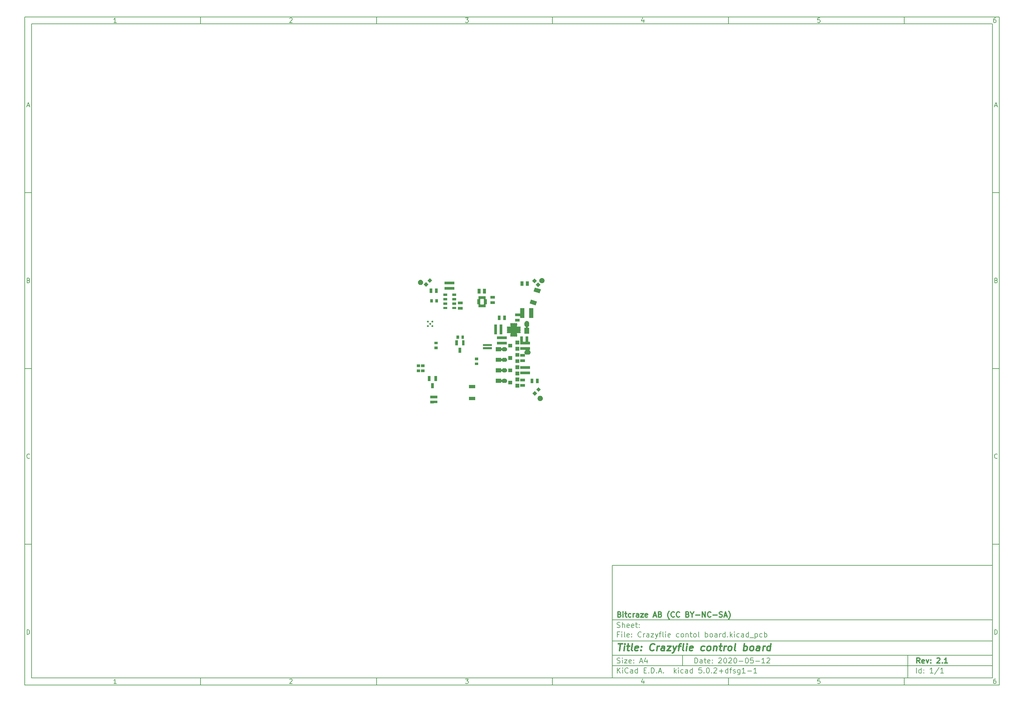
<source format=gts>
G04 #@! TF.GenerationSoftware,KiCad,Pcbnew,5.0.2+dfsg1-1*
G04 #@! TF.CreationDate,2020-05-20T11:42:17+02:00*
G04 #@! TF.ProjectId,Crazyflie contol board,4372617a-7966-46c6-9965-20636f6e746f,2.1*
G04 #@! TF.SameCoordinates,PX85839e8PY6052f5c*
G04 #@! TF.FileFunction,Soldermask,Top*
G04 #@! TF.FilePolarity,Negative*
%FSLAX46Y46*%
G04 Gerber Fmt 4.6, Leading zero omitted, Abs format (unit mm)*
G04 Created by KiCad (PCBNEW 5.0.2+dfsg1-1) date wo 20 mei 2020 11:42:17 CEST*
%MOMM*%
%LPD*%
G01*
G04 APERTURE LIST*
%ADD10C,0.150000*%
%ADD11C,0.300000*%
%ADD12C,0.400000*%
G04 APERTURE END LIST*
D10*
X37002480Y-65004100D02*
X37002480Y-97004100D01*
X145002480Y-97004100D01*
X145002480Y-65004100D01*
X37002480Y-65004100D01*
X-129999720Y91003100D02*
X-129999720Y-99004100D01*
X147002480Y-99004100D01*
X147002480Y91003100D01*
X-129999720Y91003100D01*
X-127999720Y89003100D02*
X-127999720Y-97004100D01*
X145002480Y-97004100D01*
X145002480Y89003100D01*
X-127999720Y89003100D01*
X-79999720Y89003100D02*
X-79999720Y91003100D01*
X-29999720Y89003100D02*
X-29999720Y91003100D01*
X20000280Y89003100D02*
X20000280Y91003100D01*
X70000280Y89003100D02*
X70000280Y91003100D01*
X120000280Y89003100D02*
X120000280Y91003100D01*
X-103934244Y89415005D02*
X-104677101Y89415005D01*
X-104305673Y89415005D02*
X-104305673Y90715005D01*
X-104429482Y90529291D01*
X-104553292Y90405481D01*
X-104677101Y90343577D01*
X-54677101Y90591196D02*
X-54615197Y90653100D01*
X-54491387Y90715005D01*
X-54181863Y90715005D01*
X-54058054Y90653100D01*
X-53996149Y90591196D01*
X-53934244Y90467386D01*
X-53934244Y90343577D01*
X-53996149Y90157862D01*
X-54739006Y89415005D01*
X-53934244Y89415005D01*
X-4739006Y90715005D02*
X-3934244Y90715005D01*
X-4367578Y90219767D01*
X-4181863Y90219767D01*
X-4058054Y90157862D01*
X-3996149Y90095958D01*
X-3934244Y89972148D01*
X-3934244Y89662624D01*
X-3996149Y89538815D01*
X-4058054Y89476910D01*
X-4181863Y89415005D01*
X-4553292Y89415005D01*
X-4677101Y89476910D01*
X-4739006Y89538815D01*
X45941946Y90281672D02*
X45941946Y89415005D01*
X45632422Y90776910D02*
X45322899Y89848339D01*
X46127660Y89848339D01*
X96003851Y90715005D02*
X95384803Y90715005D01*
X95322899Y90095958D01*
X95384803Y90157862D01*
X95508613Y90219767D01*
X95818137Y90219767D01*
X95941946Y90157862D01*
X96003851Y90095958D01*
X96065756Y89972148D01*
X96065756Y89662624D01*
X96003851Y89538815D01*
X95941946Y89476910D01*
X95818137Y89415005D01*
X95508613Y89415005D01*
X95384803Y89476910D01*
X95322899Y89538815D01*
X145941946Y90715005D02*
X145694327Y90715005D01*
X145570518Y90653100D01*
X145508613Y90591196D01*
X145384803Y90405481D01*
X145322899Y90157862D01*
X145322899Y89662624D01*
X145384803Y89538815D01*
X145446708Y89476910D01*
X145570518Y89415005D01*
X145818137Y89415005D01*
X145941946Y89476910D01*
X146003851Y89538815D01*
X146065756Y89662624D01*
X146065756Y89972148D01*
X146003851Y90095958D01*
X145941946Y90157862D01*
X145818137Y90219767D01*
X145570518Y90219767D01*
X145446708Y90157862D01*
X145384803Y90095958D01*
X145322899Y89972148D01*
X-79999720Y-97004100D02*
X-79999720Y-99004100D01*
X-29999720Y-97004100D02*
X-29999720Y-99004100D01*
X20000280Y-97004100D02*
X20000280Y-99004100D01*
X70000280Y-97004100D02*
X70000280Y-99004100D01*
X120000280Y-97004100D02*
X120000280Y-99004100D01*
X-103934244Y-98592195D02*
X-104677101Y-98592195D01*
X-104305673Y-98592195D02*
X-104305673Y-97292195D01*
X-104429482Y-97477909D01*
X-104553292Y-97601719D01*
X-104677101Y-97663623D01*
X-54677101Y-97416004D02*
X-54615197Y-97354100D01*
X-54491387Y-97292195D01*
X-54181863Y-97292195D01*
X-54058054Y-97354100D01*
X-53996149Y-97416004D01*
X-53934244Y-97539814D01*
X-53934244Y-97663623D01*
X-53996149Y-97849338D01*
X-54739006Y-98592195D01*
X-53934244Y-98592195D01*
X-4739006Y-97292195D02*
X-3934244Y-97292195D01*
X-4367578Y-97787433D01*
X-4181863Y-97787433D01*
X-4058054Y-97849338D01*
X-3996149Y-97911242D01*
X-3934244Y-98035052D01*
X-3934244Y-98344576D01*
X-3996149Y-98468385D01*
X-4058054Y-98530290D01*
X-4181863Y-98592195D01*
X-4553292Y-98592195D01*
X-4677101Y-98530290D01*
X-4739006Y-98468385D01*
X45941946Y-97725528D02*
X45941946Y-98592195D01*
X45632422Y-97230290D02*
X45322899Y-98158861D01*
X46127660Y-98158861D01*
X96003851Y-97292195D02*
X95384803Y-97292195D01*
X95322899Y-97911242D01*
X95384803Y-97849338D01*
X95508613Y-97787433D01*
X95818137Y-97787433D01*
X95941946Y-97849338D01*
X96003851Y-97911242D01*
X96065756Y-98035052D01*
X96065756Y-98344576D01*
X96003851Y-98468385D01*
X95941946Y-98530290D01*
X95818137Y-98592195D01*
X95508613Y-98592195D01*
X95384803Y-98530290D01*
X95322899Y-98468385D01*
X145941946Y-97292195D02*
X145694327Y-97292195D01*
X145570518Y-97354100D01*
X145508613Y-97416004D01*
X145384803Y-97601719D01*
X145322899Y-97849338D01*
X145322899Y-98344576D01*
X145384803Y-98468385D01*
X145446708Y-98530290D01*
X145570518Y-98592195D01*
X145818137Y-98592195D01*
X145941946Y-98530290D01*
X146003851Y-98468385D01*
X146065756Y-98344576D01*
X146065756Y-98035052D01*
X146003851Y-97911242D01*
X145941946Y-97849338D01*
X145818137Y-97787433D01*
X145570518Y-97787433D01*
X145446708Y-97849338D01*
X145384803Y-97911242D01*
X145322899Y-98035052D01*
X-129999720Y41003100D02*
X-127999720Y41003100D01*
X-129999720Y-8996900D02*
X-127999720Y-8996900D01*
X-129999720Y-58996900D02*
X-127999720Y-58996900D01*
X-129309244Y65786434D02*
X-128690197Y65786434D01*
X-129433054Y65415005D02*
X-128999720Y66715005D01*
X-128566387Y65415005D01*
X-128906863Y16095958D02*
X-128721149Y16034053D01*
X-128659244Y15972148D01*
X-128597340Y15848339D01*
X-128597340Y15662624D01*
X-128659244Y15538815D01*
X-128721149Y15476910D01*
X-128844959Y15415005D01*
X-129340197Y15415005D01*
X-129340197Y16715005D01*
X-128906863Y16715005D01*
X-128783054Y16653100D01*
X-128721149Y16591196D01*
X-128659244Y16467386D01*
X-128659244Y16343577D01*
X-128721149Y16219767D01*
X-128783054Y16157862D01*
X-128906863Y16095958D01*
X-129340197Y16095958D01*
X-128597340Y-34461185D02*
X-128659244Y-34523090D01*
X-128844959Y-34584995D01*
X-128968768Y-34584995D01*
X-129154482Y-34523090D01*
X-129278292Y-34399280D01*
X-129340197Y-34275471D01*
X-129402101Y-34027852D01*
X-129402101Y-33842138D01*
X-129340197Y-33594519D01*
X-129278292Y-33470709D01*
X-129154482Y-33346900D01*
X-128968768Y-33284995D01*
X-128844959Y-33284995D01*
X-128659244Y-33346900D01*
X-128597340Y-33408804D01*
X-129340197Y-84584995D02*
X-129340197Y-83284995D01*
X-129030673Y-83284995D01*
X-128844959Y-83346900D01*
X-128721149Y-83470709D01*
X-128659244Y-83594519D01*
X-128597340Y-83842138D01*
X-128597340Y-84027852D01*
X-128659244Y-84275471D01*
X-128721149Y-84399280D01*
X-128844959Y-84523090D01*
X-129030673Y-84584995D01*
X-129340197Y-84584995D01*
X147002480Y41003100D02*
X145002480Y41003100D01*
X147002480Y-8996900D02*
X145002480Y-8996900D01*
X147002480Y-58996900D02*
X145002480Y-58996900D01*
X145692956Y65786434D02*
X146312003Y65786434D01*
X145569146Y65415005D02*
X146002480Y66715005D01*
X146435813Y65415005D01*
X146095337Y16095958D02*
X146281051Y16034053D01*
X146342956Y15972148D01*
X146404860Y15848339D01*
X146404860Y15662624D01*
X146342956Y15538815D01*
X146281051Y15476910D01*
X146157241Y15415005D01*
X145662003Y15415005D01*
X145662003Y16715005D01*
X146095337Y16715005D01*
X146219146Y16653100D01*
X146281051Y16591196D01*
X146342956Y16467386D01*
X146342956Y16343577D01*
X146281051Y16219767D01*
X146219146Y16157862D01*
X146095337Y16095958D01*
X145662003Y16095958D01*
X146404860Y-34461185D02*
X146342956Y-34523090D01*
X146157241Y-34584995D01*
X146033432Y-34584995D01*
X145847718Y-34523090D01*
X145723908Y-34399280D01*
X145662003Y-34275471D01*
X145600099Y-34027852D01*
X145600099Y-33842138D01*
X145662003Y-33594519D01*
X145723908Y-33470709D01*
X145847718Y-33346900D01*
X146033432Y-33284995D01*
X146157241Y-33284995D01*
X146342956Y-33346900D01*
X146404860Y-33408804D01*
X145662003Y-84584995D02*
X145662003Y-83284995D01*
X145971527Y-83284995D01*
X146157241Y-83346900D01*
X146281051Y-83470709D01*
X146342956Y-83594519D01*
X146404860Y-83842138D01*
X146404860Y-84027852D01*
X146342956Y-84275471D01*
X146281051Y-84399280D01*
X146157241Y-84523090D01*
X145971527Y-84584995D01*
X145662003Y-84584995D01*
X60434622Y-92782671D02*
X60434622Y-91282671D01*
X60791765Y-91282671D01*
X61006051Y-91354100D01*
X61148908Y-91496957D01*
X61220337Y-91639814D01*
X61291765Y-91925528D01*
X61291765Y-92139814D01*
X61220337Y-92425528D01*
X61148908Y-92568385D01*
X61006051Y-92711242D01*
X60791765Y-92782671D01*
X60434622Y-92782671D01*
X62577480Y-92782671D02*
X62577480Y-91996957D01*
X62506051Y-91854100D01*
X62363194Y-91782671D01*
X62077480Y-91782671D01*
X61934622Y-91854100D01*
X62577480Y-92711242D02*
X62434622Y-92782671D01*
X62077480Y-92782671D01*
X61934622Y-92711242D01*
X61863194Y-92568385D01*
X61863194Y-92425528D01*
X61934622Y-92282671D01*
X62077480Y-92211242D01*
X62434622Y-92211242D01*
X62577480Y-92139814D01*
X63077480Y-91782671D02*
X63648908Y-91782671D01*
X63291765Y-91282671D02*
X63291765Y-92568385D01*
X63363194Y-92711242D01*
X63506051Y-92782671D01*
X63648908Y-92782671D01*
X64720337Y-92711242D02*
X64577480Y-92782671D01*
X64291765Y-92782671D01*
X64148908Y-92711242D01*
X64077480Y-92568385D01*
X64077480Y-91996957D01*
X64148908Y-91854100D01*
X64291765Y-91782671D01*
X64577480Y-91782671D01*
X64720337Y-91854100D01*
X64791765Y-91996957D01*
X64791765Y-92139814D01*
X64077480Y-92282671D01*
X65434622Y-92639814D02*
X65506051Y-92711242D01*
X65434622Y-92782671D01*
X65363194Y-92711242D01*
X65434622Y-92639814D01*
X65434622Y-92782671D01*
X65434622Y-91854100D02*
X65506051Y-91925528D01*
X65434622Y-91996957D01*
X65363194Y-91925528D01*
X65434622Y-91854100D01*
X65434622Y-91996957D01*
X67220337Y-91425528D02*
X67291765Y-91354100D01*
X67434622Y-91282671D01*
X67791765Y-91282671D01*
X67934622Y-91354100D01*
X68006051Y-91425528D01*
X68077480Y-91568385D01*
X68077480Y-91711242D01*
X68006051Y-91925528D01*
X67148908Y-92782671D01*
X68077480Y-92782671D01*
X69006051Y-91282671D02*
X69148908Y-91282671D01*
X69291765Y-91354100D01*
X69363194Y-91425528D01*
X69434622Y-91568385D01*
X69506051Y-91854100D01*
X69506051Y-92211242D01*
X69434622Y-92496957D01*
X69363194Y-92639814D01*
X69291765Y-92711242D01*
X69148908Y-92782671D01*
X69006051Y-92782671D01*
X68863194Y-92711242D01*
X68791765Y-92639814D01*
X68720337Y-92496957D01*
X68648908Y-92211242D01*
X68648908Y-91854100D01*
X68720337Y-91568385D01*
X68791765Y-91425528D01*
X68863194Y-91354100D01*
X69006051Y-91282671D01*
X70077480Y-91425528D02*
X70148908Y-91354100D01*
X70291765Y-91282671D01*
X70648908Y-91282671D01*
X70791765Y-91354100D01*
X70863194Y-91425528D01*
X70934622Y-91568385D01*
X70934622Y-91711242D01*
X70863194Y-91925528D01*
X70006051Y-92782671D01*
X70934622Y-92782671D01*
X71863194Y-91282671D02*
X72006051Y-91282671D01*
X72148908Y-91354100D01*
X72220337Y-91425528D01*
X72291765Y-91568385D01*
X72363194Y-91854100D01*
X72363194Y-92211242D01*
X72291765Y-92496957D01*
X72220337Y-92639814D01*
X72148908Y-92711242D01*
X72006051Y-92782671D01*
X71863194Y-92782671D01*
X71720337Y-92711242D01*
X71648908Y-92639814D01*
X71577480Y-92496957D01*
X71506051Y-92211242D01*
X71506051Y-91854100D01*
X71577480Y-91568385D01*
X71648908Y-91425528D01*
X71720337Y-91354100D01*
X71863194Y-91282671D01*
X73006051Y-92211242D02*
X74148908Y-92211242D01*
X75148908Y-91282671D02*
X75291765Y-91282671D01*
X75434622Y-91354100D01*
X75506051Y-91425528D01*
X75577480Y-91568385D01*
X75648908Y-91854100D01*
X75648908Y-92211242D01*
X75577480Y-92496957D01*
X75506051Y-92639814D01*
X75434622Y-92711242D01*
X75291765Y-92782671D01*
X75148908Y-92782671D01*
X75006051Y-92711242D01*
X74934622Y-92639814D01*
X74863194Y-92496957D01*
X74791765Y-92211242D01*
X74791765Y-91854100D01*
X74863194Y-91568385D01*
X74934622Y-91425528D01*
X75006051Y-91354100D01*
X75148908Y-91282671D01*
X77006051Y-91282671D02*
X76291765Y-91282671D01*
X76220337Y-91996957D01*
X76291765Y-91925528D01*
X76434622Y-91854100D01*
X76791765Y-91854100D01*
X76934622Y-91925528D01*
X77006051Y-91996957D01*
X77077480Y-92139814D01*
X77077480Y-92496957D01*
X77006051Y-92639814D01*
X76934622Y-92711242D01*
X76791765Y-92782671D01*
X76434622Y-92782671D01*
X76291765Y-92711242D01*
X76220337Y-92639814D01*
X77720337Y-92211242D02*
X78863194Y-92211242D01*
X80363194Y-92782671D02*
X79506051Y-92782671D01*
X79934622Y-92782671D02*
X79934622Y-91282671D01*
X79791765Y-91496957D01*
X79648908Y-91639814D01*
X79506051Y-91711242D01*
X80934622Y-91425528D02*
X81006051Y-91354100D01*
X81148908Y-91282671D01*
X81506051Y-91282671D01*
X81648908Y-91354100D01*
X81720337Y-91425528D01*
X81791765Y-91568385D01*
X81791765Y-91711242D01*
X81720337Y-91925528D01*
X80863194Y-92782671D01*
X81791765Y-92782671D01*
X37002480Y-93504100D02*
X145002480Y-93504100D01*
X38434622Y-95582671D02*
X38434622Y-94082671D01*
X39291765Y-95582671D02*
X38648908Y-94725528D01*
X39291765Y-94082671D02*
X38434622Y-94939814D01*
X39934622Y-95582671D02*
X39934622Y-94582671D01*
X39934622Y-94082671D02*
X39863194Y-94154100D01*
X39934622Y-94225528D01*
X40006051Y-94154100D01*
X39934622Y-94082671D01*
X39934622Y-94225528D01*
X41506051Y-95439814D02*
X41434622Y-95511242D01*
X41220337Y-95582671D01*
X41077480Y-95582671D01*
X40863194Y-95511242D01*
X40720337Y-95368385D01*
X40648908Y-95225528D01*
X40577480Y-94939814D01*
X40577480Y-94725528D01*
X40648908Y-94439814D01*
X40720337Y-94296957D01*
X40863194Y-94154100D01*
X41077480Y-94082671D01*
X41220337Y-94082671D01*
X41434622Y-94154100D01*
X41506051Y-94225528D01*
X42791765Y-95582671D02*
X42791765Y-94796957D01*
X42720337Y-94654100D01*
X42577480Y-94582671D01*
X42291765Y-94582671D01*
X42148908Y-94654100D01*
X42791765Y-95511242D02*
X42648908Y-95582671D01*
X42291765Y-95582671D01*
X42148908Y-95511242D01*
X42077480Y-95368385D01*
X42077480Y-95225528D01*
X42148908Y-95082671D01*
X42291765Y-95011242D01*
X42648908Y-95011242D01*
X42791765Y-94939814D01*
X44148908Y-95582671D02*
X44148908Y-94082671D01*
X44148908Y-95511242D02*
X44006051Y-95582671D01*
X43720337Y-95582671D01*
X43577480Y-95511242D01*
X43506051Y-95439814D01*
X43434622Y-95296957D01*
X43434622Y-94868385D01*
X43506051Y-94725528D01*
X43577480Y-94654100D01*
X43720337Y-94582671D01*
X44006051Y-94582671D01*
X44148908Y-94654100D01*
X46006051Y-94796957D02*
X46506051Y-94796957D01*
X46720337Y-95582671D02*
X46006051Y-95582671D01*
X46006051Y-94082671D01*
X46720337Y-94082671D01*
X47363194Y-95439814D02*
X47434622Y-95511242D01*
X47363194Y-95582671D01*
X47291765Y-95511242D01*
X47363194Y-95439814D01*
X47363194Y-95582671D01*
X48077480Y-95582671D02*
X48077480Y-94082671D01*
X48434622Y-94082671D01*
X48648908Y-94154100D01*
X48791765Y-94296957D01*
X48863194Y-94439814D01*
X48934622Y-94725528D01*
X48934622Y-94939814D01*
X48863194Y-95225528D01*
X48791765Y-95368385D01*
X48648908Y-95511242D01*
X48434622Y-95582671D01*
X48077480Y-95582671D01*
X49577480Y-95439814D02*
X49648908Y-95511242D01*
X49577480Y-95582671D01*
X49506051Y-95511242D01*
X49577480Y-95439814D01*
X49577480Y-95582671D01*
X50220337Y-95154100D02*
X50934622Y-95154100D01*
X50077480Y-95582671D02*
X50577480Y-94082671D01*
X51077480Y-95582671D01*
X51577480Y-95439814D02*
X51648908Y-95511242D01*
X51577480Y-95582671D01*
X51506051Y-95511242D01*
X51577480Y-95439814D01*
X51577480Y-95582671D01*
X54577480Y-95582671D02*
X54577480Y-94082671D01*
X54720337Y-95011242D02*
X55148908Y-95582671D01*
X55148908Y-94582671D02*
X54577480Y-95154100D01*
X55791765Y-95582671D02*
X55791765Y-94582671D01*
X55791765Y-94082671D02*
X55720337Y-94154100D01*
X55791765Y-94225528D01*
X55863194Y-94154100D01*
X55791765Y-94082671D01*
X55791765Y-94225528D01*
X57148908Y-95511242D02*
X57006051Y-95582671D01*
X56720337Y-95582671D01*
X56577480Y-95511242D01*
X56506051Y-95439814D01*
X56434622Y-95296957D01*
X56434622Y-94868385D01*
X56506051Y-94725528D01*
X56577480Y-94654100D01*
X56720337Y-94582671D01*
X57006051Y-94582671D01*
X57148908Y-94654100D01*
X58434622Y-95582671D02*
X58434622Y-94796957D01*
X58363194Y-94654100D01*
X58220337Y-94582671D01*
X57934622Y-94582671D01*
X57791765Y-94654100D01*
X58434622Y-95511242D02*
X58291765Y-95582671D01*
X57934622Y-95582671D01*
X57791765Y-95511242D01*
X57720337Y-95368385D01*
X57720337Y-95225528D01*
X57791765Y-95082671D01*
X57934622Y-95011242D01*
X58291765Y-95011242D01*
X58434622Y-94939814D01*
X59791765Y-95582671D02*
X59791765Y-94082671D01*
X59791765Y-95511242D02*
X59648908Y-95582671D01*
X59363194Y-95582671D01*
X59220337Y-95511242D01*
X59148908Y-95439814D01*
X59077480Y-95296957D01*
X59077480Y-94868385D01*
X59148908Y-94725528D01*
X59220337Y-94654100D01*
X59363194Y-94582671D01*
X59648908Y-94582671D01*
X59791765Y-94654100D01*
X62363194Y-94082671D02*
X61648908Y-94082671D01*
X61577480Y-94796957D01*
X61648908Y-94725528D01*
X61791765Y-94654100D01*
X62148908Y-94654100D01*
X62291765Y-94725528D01*
X62363194Y-94796957D01*
X62434622Y-94939814D01*
X62434622Y-95296957D01*
X62363194Y-95439814D01*
X62291765Y-95511242D01*
X62148908Y-95582671D01*
X61791765Y-95582671D01*
X61648908Y-95511242D01*
X61577480Y-95439814D01*
X63077480Y-95439814D02*
X63148908Y-95511242D01*
X63077480Y-95582671D01*
X63006051Y-95511242D01*
X63077480Y-95439814D01*
X63077480Y-95582671D01*
X64077480Y-94082671D02*
X64220337Y-94082671D01*
X64363194Y-94154100D01*
X64434622Y-94225528D01*
X64506051Y-94368385D01*
X64577480Y-94654100D01*
X64577480Y-95011242D01*
X64506051Y-95296957D01*
X64434622Y-95439814D01*
X64363194Y-95511242D01*
X64220337Y-95582671D01*
X64077480Y-95582671D01*
X63934622Y-95511242D01*
X63863194Y-95439814D01*
X63791765Y-95296957D01*
X63720337Y-95011242D01*
X63720337Y-94654100D01*
X63791765Y-94368385D01*
X63863194Y-94225528D01*
X63934622Y-94154100D01*
X64077480Y-94082671D01*
X65220337Y-95439814D02*
X65291765Y-95511242D01*
X65220337Y-95582671D01*
X65148908Y-95511242D01*
X65220337Y-95439814D01*
X65220337Y-95582671D01*
X65863194Y-94225528D02*
X65934622Y-94154100D01*
X66077480Y-94082671D01*
X66434622Y-94082671D01*
X66577480Y-94154100D01*
X66648908Y-94225528D01*
X66720337Y-94368385D01*
X66720337Y-94511242D01*
X66648908Y-94725528D01*
X65791765Y-95582671D01*
X66720337Y-95582671D01*
X67363194Y-95011242D02*
X68506051Y-95011242D01*
X67934622Y-95582671D02*
X67934622Y-94439814D01*
X69863194Y-95582671D02*
X69863194Y-94082671D01*
X69863194Y-95511242D02*
X69720337Y-95582671D01*
X69434622Y-95582671D01*
X69291765Y-95511242D01*
X69220337Y-95439814D01*
X69148908Y-95296957D01*
X69148908Y-94868385D01*
X69220337Y-94725528D01*
X69291765Y-94654100D01*
X69434622Y-94582671D01*
X69720337Y-94582671D01*
X69863194Y-94654100D01*
X70363194Y-94582671D02*
X70934622Y-94582671D01*
X70577480Y-95582671D02*
X70577480Y-94296957D01*
X70648908Y-94154100D01*
X70791765Y-94082671D01*
X70934622Y-94082671D01*
X71363194Y-95511242D02*
X71506051Y-95582671D01*
X71791765Y-95582671D01*
X71934622Y-95511242D01*
X72006051Y-95368385D01*
X72006051Y-95296957D01*
X71934622Y-95154100D01*
X71791765Y-95082671D01*
X71577480Y-95082671D01*
X71434622Y-95011242D01*
X71363194Y-94868385D01*
X71363194Y-94796957D01*
X71434622Y-94654100D01*
X71577480Y-94582671D01*
X71791765Y-94582671D01*
X71934622Y-94654100D01*
X73291765Y-94582671D02*
X73291765Y-95796957D01*
X73220337Y-95939814D01*
X73148908Y-96011242D01*
X73006051Y-96082671D01*
X72791765Y-96082671D01*
X72648908Y-96011242D01*
X73291765Y-95511242D02*
X73148908Y-95582671D01*
X72863194Y-95582671D01*
X72720337Y-95511242D01*
X72648908Y-95439814D01*
X72577480Y-95296957D01*
X72577480Y-94868385D01*
X72648908Y-94725528D01*
X72720337Y-94654100D01*
X72863194Y-94582671D01*
X73148908Y-94582671D01*
X73291765Y-94654100D01*
X74791765Y-95582671D02*
X73934622Y-95582671D01*
X74363194Y-95582671D02*
X74363194Y-94082671D01*
X74220337Y-94296957D01*
X74077480Y-94439814D01*
X73934622Y-94511242D01*
X75434622Y-95011242D02*
X76577480Y-95011242D01*
X78077480Y-95582671D02*
X77220337Y-95582671D01*
X77648908Y-95582671D02*
X77648908Y-94082671D01*
X77506051Y-94296957D01*
X77363194Y-94439814D01*
X77220337Y-94511242D01*
X37002480Y-90504100D02*
X145002480Y-90504100D01*
D11*
X124411765Y-92782671D02*
X123911765Y-92068385D01*
X123554622Y-92782671D02*
X123554622Y-91282671D01*
X124126051Y-91282671D01*
X124268908Y-91354100D01*
X124340337Y-91425528D01*
X124411765Y-91568385D01*
X124411765Y-91782671D01*
X124340337Y-91925528D01*
X124268908Y-91996957D01*
X124126051Y-92068385D01*
X123554622Y-92068385D01*
X125626051Y-92711242D02*
X125483194Y-92782671D01*
X125197480Y-92782671D01*
X125054622Y-92711242D01*
X124983194Y-92568385D01*
X124983194Y-91996957D01*
X125054622Y-91854100D01*
X125197480Y-91782671D01*
X125483194Y-91782671D01*
X125626051Y-91854100D01*
X125697480Y-91996957D01*
X125697480Y-92139814D01*
X124983194Y-92282671D01*
X126197480Y-91782671D02*
X126554622Y-92782671D01*
X126911765Y-91782671D01*
X127483194Y-92639814D02*
X127554622Y-92711242D01*
X127483194Y-92782671D01*
X127411765Y-92711242D01*
X127483194Y-92639814D01*
X127483194Y-92782671D01*
X127483194Y-91854100D02*
X127554622Y-91925528D01*
X127483194Y-91996957D01*
X127411765Y-91925528D01*
X127483194Y-91854100D01*
X127483194Y-91996957D01*
X129268908Y-91425528D02*
X129340337Y-91354100D01*
X129483194Y-91282671D01*
X129840337Y-91282671D01*
X129983194Y-91354100D01*
X130054622Y-91425528D01*
X130126051Y-91568385D01*
X130126051Y-91711242D01*
X130054622Y-91925528D01*
X129197480Y-92782671D01*
X130126051Y-92782671D01*
X130768908Y-92639814D02*
X130840337Y-92711242D01*
X130768908Y-92782671D01*
X130697480Y-92711242D01*
X130768908Y-92639814D01*
X130768908Y-92782671D01*
X132268908Y-92782671D02*
X131411765Y-92782671D01*
X131840337Y-92782671D02*
X131840337Y-91282671D01*
X131697480Y-91496957D01*
X131554622Y-91639814D01*
X131411765Y-91711242D01*
D10*
X38363194Y-92711242D02*
X38577480Y-92782671D01*
X38934622Y-92782671D01*
X39077480Y-92711242D01*
X39148908Y-92639814D01*
X39220337Y-92496957D01*
X39220337Y-92354100D01*
X39148908Y-92211242D01*
X39077480Y-92139814D01*
X38934622Y-92068385D01*
X38648908Y-91996957D01*
X38506051Y-91925528D01*
X38434622Y-91854100D01*
X38363194Y-91711242D01*
X38363194Y-91568385D01*
X38434622Y-91425528D01*
X38506051Y-91354100D01*
X38648908Y-91282671D01*
X39006051Y-91282671D01*
X39220337Y-91354100D01*
X39863194Y-92782671D02*
X39863194Y-91782671D01*
X39863194Y-91282671D02*
X39791765Y-91354100D01*
X39863194Y-91425528D01*
X39934622Y-91354100D01*
X39863194Y-91282671D01*
X39863194Y-91425528D01*
X40434622Y-91782671D02*
X41220337Y-91782671D01*
X40434622Y-92782671D01*
X41220337Y-92782671D01*
X42363194Y-92711242D02*
X42220337Y-92782671D01*
X41934622Y-92782671D01*
X41791765Y-92711242D01*
X41720337Y-92568385D01*
X41720337Y-91996957D01*
X41791765Y-91854100D01*
X41934622Y-91782671D01*
X42220337Y-91782671D01*
X42363194Y-91854100D01*
X42434622Y-91996957D01*
X42434622Y-92139814D01*
X41720337Y-92282671D01*
X43077480Y-92639814D02*
X43148908Y-92711242D01*
X43077480Y-92782671D01*
X43006051Y-92711242D01*
X43077480Y-92639814D01*
X43077480Y-92782671D01*
X43077480Y-91854100D02*
X43148908Y-91925528D01*
X43077480Y-91996957D01*
X43006051Y-91925528D01*
X43077480Y-91854100D01*
X43077480Y-91996957D01*
X44863194Y-92354100D02*
X45577480Y-92354100D01*
X44720337Y-92782671D02*
X45220337Y-91282671D01*
X45720337Y-92782671D01*
X46863194Y-91782671D02*
X46863194Y-92782671D01*
X46506051Y-91211242D02*
X46148908Y-92282671D01*
X47077480Y-92282671D01*
X123434622Y-95582671D02*
X123434622Y-94082671D01*
X124791765Y-95582671D02*
X124791765Y-94082671D01*
X124791765Y-95511242D02*
X124648908Y-95582671D01*
X124363194Y-95582671D01*
X124220337Y-95511242D01*
X124148908Y-95439814D01*
X124077480Y-95296957D01*
X124077480Y-94868385D01*
X124148908Y-94725528D01*
X124220337Y-94654100D01*
X124363194Y-94582671D01*
X124648908Y-94582671D01*
X124791765Y-94654100D01*
X125506051Y-95439814D02*
X125577480Y-95511242D01*
X125506051Y-95582671D01*
X125434622Y-95511242D01*
X125506051Y-95439814D01*
X125506051Y-95582671D01*
X125506051Y-94654100D02*
X125577480Y-94725528D01*
X125506051Y-94796957D01*
X125434622Y-94725528D01*
X125506051Y-94654100D01*
X125506051Y-94796957D01*
X128148908Y-95582671D02*
X127291765Y-95582671D01*
X127720337Y-95582671D02*
X127720337Y-94082671D01*
X127577480Y-94296957D01*
X127434622Y-94439814D01*
X127291765Y-94511242D01*
X129863194Y-94011242D02*
X128577480Y-95939814D01*
X131148908Y-95582671D02*
X130291765Y-95582671D01*
X130720337Y-95582671D02*
X130720337Y-94082671D01*
X130577480Y-94296957D01*
X130434622Y-94439814D01*
X130291765Y-94511242D01*
X37002480Y-86504100D02*
X145002480Y-86504100D01*
D12*
X38714860Y-87208861D02*
X39857718Y-87208861D01*
X39036289Y-89208861D02*
X39286289Y-87208861D01*
X40274384Y-89208861D02*
X40441051Y-87875528D01*
X40524384Y-87208861D02*
X40417241Y-87304100D01*
X40500575Y-87399338D01*
X40607718Y-87304100D01*
X40524384Y-87208861D01*
X40500575Y-87399338D01*
X41107718Y-87875528D02*
X41869622Y-87875528D01*
X41476765Y-87208861D02*
X41262480Y-88923147D01*
X41333908Y-89113623D01*
X41512480Y-89208861D01*
X41702956Y-89208861D01*
X42655337Y-89208861D02*
X42476765Y-89113623D01*
X42405337Y-88923147D01*
X42619622Y-87208861D01*
X44191051Y-89113623D02*
X43988670Y-89208861D01*
X43607718Y-89208861D01*
X43429146Y-89113623D01*
X43357718Y-88923147D01*
X43452956Y-88161242D01*
X43572003Y-87970766D01*
X43774384Y-87875528D01*
X44155337Y-87875528D01*
X44333908Y-87970766D01*
X44405337Y-88161242D01*
X44381527Y-88351719D01*
X43405337Y-88542195D01*
X45155337Y-89018385D02*
X45238670Y-89113623D01*
X45131527Y-89208861D01*
X45048194Y-89113623D01*
X45155337Y-89018385D01*
X45131527Y-89208861D01*
X45286289Y-87970766D02*
X45369622Y-88066004D01*
X45262480Y-88161242D01*
X45179146Y-88066004D01*
X45286289Y-87970766D01*
X45262480Y-88161242D01*
X48774384Y-89018385D02*
X48667241Y-89113623D01*
X48369622Y-89208861D01*
X48179146Y-89208861D01*
X47905337Y-89113623D01*
X47738670Y-88923147D01*
X47667241Y-88732671D01*
X47619622Y-88351719D01*
X47655337Y-88066004D01*
X47798194Y-87685052D01*
X47917241Y-87494576D01*
X48131527Y-87304100D01*
X48429146Y-87208861D01*
X48619622Y-87208861D01*
X48893432Y-87304100D01*
X48976765Y-87399338D01*
X49607718Y-89208861D02*
X49774384Y-87875528D01*
X49726765Y-88256480D02*
X49845813Y-88066004D01*
X49952956Y-87970766D01*
X50155337Y-87875528D01*
X50345813Y-87875528D01*
X51702956Y-89208861D02*
X51833908Y-88161242D01*
X51762480Y-87970766D01*
X51583908Y-87875528D01*
X51202956Y-87875528D01*
X51000575Y-87970766D01*
X51714860Y-89113623D02*
X51512480Y-89208861D01*
X51036289Y-89208861D01*
X50857718Y-89113623D01*
X50786289Y-88923147D01*
X50810099Y-88732671D01*
X50929146Y-88542195D01*
X51131527Y-88446957D01*
X51607718Y-88446957D01*
X51810099Y-88351719D01*
X52631527Y-87875528D02*
X53679146Y-87875528D01*
X52464860Y-89208861D01*
X53512480Y-89208861D01*
X54250575Y-87875528D02*
X54560099Y-89208861D01*
X55202956Y-87875528D02*
X54560099Y-89208861D01*
X54310099Y-89685052D01*
X54202956Y-89780290D01*
X54000575Y-89875528D01*
X55679146Y-87875528D02*
X56441051Y-87875528D01*
X55798194Y-89208861D02*
X56012480Y-87494576D01*
X56131527Y-87304100D01*
X56333908Y-87208861D01*
X56524384Y-87208861D01*
X57226765Y-89208861D02*
X57048194Y-89113623D01*
X56976765Y-88923147D01*
X57191051Y-87208861D01*
X57988670Y-89208861D02*
X58155337Y-87875528D01*
X58238670Y-87208861D02*
X58131527Y-87304100D01*
X58214860Y-87399338D01*
X58322003Y-87304100D01*
X58238670Y-87208861D01*
X58214860Y-87399338D01*
X59714860Y-89113623D02*
X59512480Y-89208861D01*
X59131527Y-89208861D01*
X58952956Y-89113623D01*
X58881527Y-88923147D01*
X58976765Y-88161242D01*
X59095813Y-87970766D01*
X59298194Y-87875528D01*
X59679146Y-87875528D01*
X59857718Y-87970766D01*
X59929146Y-88161242D01*
X59905337Y-88351719D01*
X58929146Y-88542195D01*
X63048194Y-89113623D02*
X62845813Y-89208861D01*
X62464860Y-89208861D01*
X62286289Y-89113623D01*
X62202956Y-89018385D01*
X62131527Y-88827909D01*
X62202956Y-88256480D01*
X62322003Y-88066004D01*
X62429146Y-87970766D01*
X62631527Y-87875528D01*
X63012480Y-87875528D01*
X63191051Y-87970766D01*
X64179146Y-89208861D02*
X64000575Y-89113623D01*
X63917241Y-89018385D01*
X63845813Y-88827909D01*
X63917241Y-88256480D01*
X64036289Y-88066004D01*
X64143432Y-87970766D01*
X64345813Y-87875528D01*
X64631527Y-87875528D01*
X64810099Y-87970766D01*
X64893432Y-88066004D01*
X64964860Y-88256480D01*
X64893432Y-88827909D01*
X64774384Y-89018385D01*
X64667241Y-89113623D01*
X64464860Y-89208861D01*
X64179146Y-89208861D01*
X65869622Y-87875528D02*
X65702956Y-89208861D01*
X65845813Y-88066004D02*
X65952956Y-87970766D01*
X66155337Y-87875528D01*
X66441051Y-87875528D01*
X66619622Y-87970766D01*
X66691051Y-88161242D01*
X66560099Y-89208861D01*
X67393432Y-87875528D02*
X68155337Y-87875528D01*
X67762480Y-87208861D02*
X67548194Y-88923147D01*
X67619622Y-89113623D01*
X67798194Y-89208861D01*
X67988670Y-89208861D01*
X68655337Y-89208861D02*
X68822003Y-87875528D01*
X68774384Y-88256480D02*
X68893432Y-88066004D01*
X69000575Y-87970766D01*
X69202956Y-87875528D01*
X69393432Y-87875528D01*
X70179146Y-89208861D02*
X70000575Y-89113623D01*
X69917241Y-89018385D01*
X69845813Y-88827909D01*
X69917241Y-88256480D01*
X70036289Y-88066004D01*
X70143432Y-87970766D01*
X70345813Y-87875528D01*
X70631527Y-87875528D01*
X70810099Y-87970766D01*
X70893432Y-88066004D01*
X70964860Y-88256480D01*
X70893432Y-88827909D01*
X70774384Y-89018385D01*
X70667241Y-89113623D01*
X70464860Y-89208861D01*
X70179146Y-89208861D01*
X71988670Y-89208861D02*
X71810099Y-89113623D01*
X71738670Y-88923147D01*
X71952956Y-87208861D01*
X74274384Y-89208861D02*
X74524384Y-87208861D01*
X74429146Y-87970766D02*
X74631527Y-87875528D01*
X75012480Y-87875528D01*
X75191051Y-87970766D01*
X75274384Y-88066004D01*
X75345813Y-88256480D01*
X75274384Y-88827909D01*
X75155337Y-89018385D01*
X75048194Y-89113623D01*
X74845813Y-89208861D01*
X74464860Y-89208861D01*
X74286289Y-89113623D01*
X76369622Y-89208861D02*
X76191051Y-89113623D01*
X76107718Y-89018385D01*
X76036289Y-88827909D01*
X76107718Y-88256480D01*
X76226765Y-88066004D01*
X76333908Y-87970766D01*
X76536289Y-87875528D01*
X76822003Y-87875528D01*
X77000575Y-87970766D01*
X77083908Y-88066004D01*
X77155337Y-88256480D01*
X77083908Y-88827909D01*
X76964860Y-89018385D01*
X76857718Y-89113623D01*
X76655337Y-89208861D01*
X76369622Y-89208861D01*
X78750575Y-89208861D02*
X78881527Y-88161242D01*
X78810099Y-87970766D01*
X78631527Y-87875528D01*
X78250575Y-87875528D01*
X78048194Y-87970766D01*
X78762480Y-89113623D02*
X78560099Y-89208861D01*
X78083908Y-89208861D01*
X77905337Y-89113623D01*
X77833908Y-88923147D01*
X77857718Y-88732671D01*
X77976765Y-88542195D01*
X78179146Y-88446957D01*
X78655337Y-88446957D01*
X78857718Y-88351719D01*
X79702956Y-89208861D02*
X79869622Y-87875528D01*
X79822003Y-88256480D02*
X79941051Y-88066004D01*
X80048194Y-87970766D01*
X80250575Y-87875528D01*
X80441051Y-87875528D01*
X81798194Y-89208861D02*
X82048194Y-87208861D01*
X81810099Y-89113623D02*
X81607718Y-89208861D01*
X81226765Y-89208861D01*
X81048194Y-89113623D01*
X80964860Y-89018385D01*
X80893432Y-88827909D01*
X80964860Y-88256480D01*
X81083908Y-88066004D01*
X81191051Y-87970766D01*
X81393432Y-87875528D01*
X81774384Y-87875528D01*
X81952956Y-87970766D01*
D10*
X38934622Y-84596957D02*
X38434622Y-84596957D01*
X38434622Y-85382671D02*
X38434622Y-83882671D01*
X39148908Y-83882671D01*
X39720337Y-85382671D02*
X39720337Y-84382671D01*
X39720337Y-83882671D02*
X39648908Y-83954100D01*
X39720337Y-84025528D01*
X39791765Y-83954100D01*
X39720337Y-83882671D01*
X39720337Y-84025528D01*
X40648908Y-85382671D02*
X40506051Y-85311242D01*
X40434622Y-85168385D01*
X40434622Y-83882671D01*
X41791765Y-85311242D02*
X41648908Y-85382671D01*
X41363194Y-85382671D01*
X41220337Y-85311242D01*
X41148908Y-85168385D01*
X41148908Y-84596957D01*
X41220337Y-84454100D01*
X41363194Y-84382671D01*
X41648908Y-84382671D01*
X41791765Y-84454100D01*
X41863194Y-84596957D01*
X41863194Y-84739814D01*
X41148908Y-84882671D01*
X42506051Y-85239814D02*
X42577480Y-85311242D01*
X42506051Y-85382671D01*
X42434622Y-85311242D01*
X42506051Y-85239814D01*
X42506051Y-85382671D01*
X42506051Y-84454100D02*
X42577480Y-84525528D01*
X42506051Y-84596957D01*
X42434622Y-84525528D01*
X42506051Y-84454100D01*
X42506051Y-84596957D01*
X45220337Y-85239814D02*
X45148908Y-85311242D01*
X44934622Y-85382671D01*
X44791765Y-85382671D01*
X44577480Y-85311242D01*
X44434622Y-85168385D01*
X44363194Y-85025528D01*
X44291765Y-84739814D01*
X44291765Y-84525528D01*
X44363194Y-84239814D01*
X44434622Y-84096957D01*
X44577480Y-83954100D01*
X44791765Y-83882671D01*
X44934622Y-83882671D01*
X45148908Y-83954100D01*
X45220337Y-84025528D01*
X45863194Y-85382671D02*
X45863194Y-84382671D01*
X45863194Y-84668385D02*
X45934622Y-84525528D01*
X46006051Y-84454100D01*
X46148908Y-84382671D01*
X46291765Y-84382671D01*
X47434622Y-85382671D02*
X47434622Y-84596957D01*
X47363194Y-84454100D01*
X47220337Y-84382671D01*
X46934622Y-84382671D01*
X46791765Y-84454100D01*
X47434622Y-85311242D02*
X47291765Y-85382671D01*
X46934622Y-85382671D01*
X46791765Y-85311242D01*
X46720337Y-85168385D01*
X46720337Y-85025528D01*
X46791765Y-84882671D01*
X46934622Y-84811242D01*
X47291765Y-84811242D01*
X47434622Y-84739814D01*
X48006051Y-84382671D02*
X48791765Y-84382671D01*
X48006051Y-85382671D01*
X48791765Y-85382671D01*
X49220337Y-84382671D02*
X49577480Y-85382671D01*
X49934622Y-84382671D02*
X49577480Y-85382671D01*
X49434622Y-85739814D01*
X49363194Y-85811242D01*
X49220337Y-85882671D01*
X50291765Y-84382671D02*
X50863194Y-84382671D01*
X50506051Y-85382671D02*
X50506051Y-84096957D01*
X50577480Y-83954100D01*
X50720337Y-83882671D01*
X50863194Y-83882671D01*
X51577480Y-85382671D02*
X51434622Y-85311242D01*
X51363194Y-85168385D01*
X51363194Y-83882671D01*
X52148908Y-85382671D02*
X52148908Y-84382671D01*
X52148908Y-83882671D02*
X52077480Y-83954100D01*
X52148908Y-84025528D01*
X52220337Y-83954100D01*
X52148908Y-83882671D01*
X52148908Y-84025528D01*
X53434622Y-85311242D02*
X53291765Y-85382671D01*
X53006051Y-85382671D01*
X52863194Y-85311242D01*
X52791765Y-85168385D01*
X52791765Y-84596957D01*
X52863194Y-84454100D01*
X53006051Y-84382671D01*
X53291765Y-84382671D01*
X53434622Y-84454100D01*
X53506051Y-84596957D01*
X53506051Y-84739814D01*
X52791765Y-84882671D01*
X55934622Y-85311242D02*
X55791765Y-85382671D01*
X55506051Y-85382671D01*
X55363194Y-85311242D01*
X55291765Y-85239814D01*
X55220337Y-85096957D01*
X55220337Y-84668385D01*
X55291765Y-84525528D01*
X55363194Y-84454100D01*
X55506051Y-84382671D01*
X55791765Y-84382671D01*
X55934622Y-84454100D01*
X56791765Y-85382671D02*
X56648908Y-85311242D01*
X56577480Y-85239814D01*
X56506051Y-85096957D01*
X56506051Y-84668385D01*
X56577480Y-84525528D01*
X56648908Y-84454100D01*
X56791765Y-84382671D01*
X57006051Y-84382671D01*
X57148908Y-84454100D01*
X57220337Y-84525528D01*
X57291765Y-84668385D01*
X57291765Y-85096957D01*
X57220337Y-85239814D01*
X57148908Y-85311242D01*
X57006051Y-85382671D01*
X56791765Y-85382671D01*
X57934622Y-84382671D02*
X57934622Y-85382671D01*
X57934622Y-84525528D02*
X58006051Y-84454100D01*
X58148908Y-84382671D01*
X58363194Y-84382671D01*
X58506051Y-84454100D01*
X58577480Y-84596957D01*
X58577480Y-85382671D01*
X59077480Y-84382671D02*
X59648908Y-84382671D01*
X59291765Y-83882671D02*
X59291765Y-85168385D01*
X59363194Y-85311242D01*
X59506051Y-85382671D01*
X59648908Y-85382671D01*
X60363194Y-85382671D02*
X60220337Y-85311242D01*
X60148908Y-85239814D01*
X60077480Y-85096957D01*
X60077480Y-84668385D01*
X60148908Y-84525528D01*
X60220337Y-84454100D01*
X60363194Y-84382671D01*
X60577480Y-84382671D01*
X60720337Y-84454100D01*
X60791765Y-84525528D01*
X60863194Y-84668385D01*
X60863194Y-85096957D01*
X60791765Y-85239814D01*
X60720337Y-85311242D01*
X60577480Y-85382671D01*
X60363194Y-85382671D01*
X61720337Y-85382671D02*
X61577480Y-85311242D01*
X61506051Y-85168385D01*
X61506051Y-83882671D01*
X63434622Y-85382671D02*
X63434622Y-83882671D01*
X63434622Y-84454100D02*
X63577480Y-84382671D01*
X63863194Y-84382671D01*
X64006051Y-84454100D01*
X64077480Y-84525528D01*
X64148908Y-84668385D01*
X64148908Y-85096957D01*
X64077480Y-85239814D01*
X64006051Y-85311242D01*
X63863194Y-85382671D01*
X63577480Y-85382671D01*
X63434622Y-85311242D01*
X65006051Y-85382671D02*
X64863194Y-85311242D01*
X64791765Y-85239814D01*
X64720337Y-85096957D01*
X64720337Y-84668385D01*
X64791765Y-84525528D01*
X64863194Y-84454100D01*
X65006051Y-84382671D01*
X65220337Y-84382671D01*
X65363194Y-84454100D01*
X65434622Y-84525528D01*
X65506051Y-84668385D01*
X65506051Y-85096957D01*
X65434622Y-85239814D01*
X65363194Y-85311242D01*
X65220337Y-85382671D01*
X65006051Y-85382671D01*
X66791765Y-85382671D02*
X66791765Y-84596957D01*
X66720337Y-84454100D01*
X66577480Y-84382671D01*
X66291765Y-84382671D01*
X66148908Y-84454100D01*
X66791765Y-85311242D02*
X66648908Y-85382671D01*
X66291765Y-85382671D01*
X66148908Y-85311242D01*
X66077480Y-85168385D01*
X66077480Y-85025528D01*
X66148908Y-84882671D01*
X66291765Y-84811242D01*
X66648908Y-84811242D01*
X66791765Y-84739814D01*
X67506051Y-85382671D02*
X67506051Y-84382671D01*
X67506051Y-84668385D02*
X67577480Y-84525528D01*
X67648908Y-84454100D01*
X67791765Y-84382671D01*
X67934622Y-84382671D01*
X69077480Y-85382671D02*
X69077480Y-83882671D01*
X69077480Y-85311242D02*
X68934622Y-85382671D01*
X68648908Y-85382671D01*
X68506051Y-85311242D01*
X68434622Y-85239814D01*
X68363194Y-85096957D01*
X68363194Y-84668385D01*
X68434622Y-84525528D01*
X68506051Y-84454100D01*
X68648908Y-84382671D01*
X68934622Y-84382671D01*
X69077480Y-84454100D01*
X69791765Y-85239814D02*
X69863194Y-85311242D01*
X69791765Y-85382671D01*
X69720337Y-85311242D01*
X69791765Y-85239814D01*
X69791765Y-85382671D01*
X70506051Y-85382671D02*
X70506051Y-83882671D01*
X70648908Y-84811242D02*
X71077480Y-85382671D01*
X71077480Y-84382671D02*
X70506051Y-84954100D01*
X71720337Y-85382671D02*
X71720337Y-84382671D01*
X71720337Y-83882671D02*
X71648908Y-83954100D01*
X71720337Y-84025528D01*
X71791765Y-83954100D01*
X71720337Y-83882671D01*
X71720337Y-84025528D01*
X73077480Y-85311242D02*
X72934622Y-85382671D01*
X72648908Y-85382671D01*
X72506051Y-85311242D01*
X72434622Y-85239814D01*
X72363194Y-85096957D01*
X72363194Y-84668385D01*
X72434622Y-84525528D01*
X72506051Y-84454100D01*
X72648908Y-84382671D01*
X72934622Y-84382671D01*
X73077480Y-84454100D01*
X74363194Y-85382671D02*
X74363194Y-84596957D01*
X74291765Y-84454100D01*
X74148908Y-84382671D01*
X73863194Y-84382671D01*
X73720337Y-84454100D01*
X74363194Y-85311242D02*
X74220337Y-85382671D01*
X73863194Y-85382671D01*
X73720337Y-85311242D01*
X73648908Y-85168385D01*
X73648908Y-85025528D01*
X73720337Y-84882671D01*
X73863194Y-84811242D01*
X74220337Y-84811242D01*
X74363194Y-84739814D01*
X75720337Y-85382671D02*
X75720337Y-83882671D01*
X75720337Y-85311242D02*
X75577480Y-85382671D01*
X75291765Y-85382671D01*
X75148908Y-85311242D01*
X75077480Y-85239814D01*
X75006051Y-85096957D01*
X75006051Y-84668385D01*
X75077480Y-84525528D01*
X75148908Y-84454100D01*
X75291765Y-84382671D01*
X75577480Y-84382671D01*
X75720337Y-84454100D01*
X76077480Y-85525528D02*
X77220337Y-85525528D01*
X77577480Y-84382671D02*
X77577480Y-85882671D01*
X77577480Y-84454100D02*
X77720337Y-84382671D01*
X78006051Y-84382671D01*
X78148908Y-84454100D01*
X78220337Y-84525528D01*
X78291765Y-84668385D01*
X78291765Y-85096957D01*
X78220337Y-85239814D01*
X78148908Y-85311242D01*
X78006051Y-85382671D01*
X77720337Y-85382671D01*
X77577480Y-85311242D01*
X79577480Y-85311242D02*
X79434622Y-85382671D01*
X79148908Y-85382671D01*
X79006051Y-85311242D01*
X78934622Y-85239814D01*
X78863194Y-85096957D01*
X78863194Y-84668385D01*
X78934622Y-84525528D01*
X79006051Y-84454100D01*
X79148908Y-84382671D01*
X79434622Y-84382671D01*
X79577480Y-84454100D01*
X80220337Y-85382671D02*
X80220337Y-83882671D01*
X80220337Y-84454100D02*
X80363194Y-84382671D01*
X80648908Y-84382671D01*
X80791765Y-84454100D01*
X80863194Y-84525528D01*
X80934622Y-84668385D01*
X80934622Y-85096957D01*
X80863194Y-85239814D01*
X80791765Y-85311242D01*
X80648908Y-85382671D01*
X80363194Y-85382671D01*
X80220337Y-85311242D01*
X37002480Y-80504100D02*
X145002480Y-80504100D01*
X38363194Y-82611242D02*
X38577480Y-82682671D01*
X38934622Y-82682671D01*
X39077480Y-82611242D01*
X39148908Y-82539814D01*
X39220337Y-82396957D01*
X39220337Y-82254100D01*
X39148908Y-82111242D01*
X39077480Y-82039814D01*
X38934622Y-81968385D01*
X38648908Y-81896957D01*
X38506051Y-81825528D01*
X38434622Y-81754100D01*
X38363194Y-81611242D01*
X38363194Y-81468385D01*
X38434622Y-81325528D01*
X38506051Y-81254100D01*
X38648908Y-81182671D01*
X39006051Y-81182671D01*
X39220337Y-81254100D01*
X39863194Y-82682671D02*
X39863194Y-81182671D01*
X40506051Y-82682671D02*
X40506051Y-81896957D01*
X40434622Y-81754100D01*
X40291765Y-81682671D01*
X40077480Y-81682671D01*
X39934622Y-81754100D01*
X39863194Y-81825528D01*
X41791765Y-82611242D02*
X41648908Y-82682671D01*
X41363194Y-82682671D01*
X41220337Y-82611242D01*
X41148908Y-82468385D01*
X41148908Y-81896957D01*
X41220337Y-81754100D01*
X41363194Y-81682671D01*
X41648908Y-81682671D01*
X41791765Y-81754100D01*
X41863194Y-81896957D01*
X41863194Y-82039814D01*
X41148908Y-82182671D01*
X43077480Y-82611242D02*
X42934622Y-82682671D01*
X42648908Y-82682671D01*
X42506051Y-82611242D01*
X42434622Y-82468385D01*
X42434622Y-81896957D01*
X42506051Y-81754100D01*
X42648908Y-81682671D01*
X42934622Y-81682671D01*
X43077480Y-81754100D01*
X43148908Y-81896957D01*
X43148908Y-82039814D01*
X42434622Y-82182671D01*
X43577480Y-81682671D02*
X44148908Y-81682671D01*
X43791765Y-81182671D02*
X43791765Y-82468385D01*
X43863194Y-82611242D01*
X44006051Y-82682671D01*
X44148908Y-82682671D01*
X44648908Y-82539814D02*
X44720337Y-82611242D01*
X44648908Y-82682671D01*
X44577480Y-82611242D01*
X44648908Y-82539814D01*
X44648908Y-82682671D01*
X44648908Y-81754100D02*
X44720337Y-81825528D01*
X44648908Y-81896957D01*
X44577480Y-81825528D01*
X44648908Y-81754100D01*
X44648908Y-81896957D01*
D11*
X39054622Y-78896957D02*
X39268908Y-78968385D01*
X39340337Y-79039814D01*
X39411765Y-79182671D01*
X39411765Y-79396957D01*
X39340337Y-79539814D01*
X39268908Y-79611242D01*
X39126051Y-79682671D01*
X38554622Y-79682671D01*
X38554622Y-78182671D01*
X39054622Y-78182671D01*
X39197480Y-78254100D01*
X39268908Y-78325528D01*
X39340337Y-78468385D01*
X39340337Y-78611242D01*
X39268908Y-78754100D01*
X39197480Y-78825528D01*
X39054622Y-78896957D01*
X38554622Y-78896957D01*
X40054622Y-79682671D02*
X40054622Y-78682671D01*
X40054622Y-78182671D02*
X39983194Y-78254100D01*
X40054622Y-78325528D01*
X40126051Y-78254100D01*
X40054622Y-78182671D01*
X40054622Y-78325528D01*
X40554622Y-78682671D02*
X41126051Y-78682671D01*
X40768908Y-78182671D02*
X40768908Y-79468385D01*
X40840337Y-79611242D01*
X40983194Y-79682671D01*
X41126051Y-79682671D01*
X42268908Y-79611242D02*
X42126051Y-79682671D01*
X41840337Y-79682671D01*
X41697480Y-79611242D01*
X41626051Y-79539814D01*
X41554622Y-79396957D01*
X41554622Y-78968385D01*
X41626051Y-78825528D01*
X41697480Y-78754100D01*
X41840337Y-78682671D01*
X42126051Y-78682671D01*
X42268908Y-78754100D01*
X42911765Y-79682671D02*
X42911765Y-78682671D01*
X42911765Y-78968385D02*
X42983194Y-78825528D01*
X43054622Y-78754100D01*
X43197480Y-78682671D01*
X43340337Y-78682671D01*
X44483194Y-79682671D02*
X44483194Y-78896957D01*
X44411765Y-78754100D01*
X44268908Y-78682671D01*
X43983194Y-78682671D01*
X43840337Y-78754100D01*
X44483194Y-79611242D02*
X44340337Y-79682671D01*
X43983194Y-79682671D01*
X43840337Y-79611242D01*
X43768908Y-79468385D01*
X43768908Y-79325528D01*
X43840337Y-79182671D01*
X43983194Y-79111242D01*
X44340337Y-79111242D01*
X44483194Y-79039814D01*
X45054622Y-78682671D02*
X45840337Y-78682671D01*
X45054622Y-79682671D01*
X45840337Y-79682671D01*
X46983194Y-79611242D02*
X46840337Y-79682671D01*
X46554622Y-79682671D01*
X46411765Y-79611242D01*
X46340337Y-79468385D01*
X46340337Y-78896957D01*
X46411765Y-78754100D01*
X46554622Y-78682671D01*
X46840337Y-78682671D01*
X46983194Y-78754100D01*
X47054622Y-78896957D01*
X47054622Y-79039814D01*
X46340337Y-79182671D01*
X48768908Y-79254100D02*
X49483194Y-79254100D01*
X48626051Y-79682671D02*
X49126051Y-78182671D01*
X49626051Y-79682671D01*
X50626051Y-78896957D02*
X50840337Y-78968385D01*
X50911765Y-79039814D01*
X50983194Y-79182671D01*
X50983194Y-79396957D01*
X50911765Y-79539814D01*
X50840337Y-79611242D01*
X50697480Y-79682671D01*
X50126051Y-79682671D01*
X50126051Y-78182671D01*
X50626051Y-78182671D01*
X50768908Y-78254100D01*
X50840337Y-78325528D01*
X50911765Y-78468385D01*
X50911765Y-78611242D01*
X50840337Y-78754100D01*
X50768908Y-78825528D01*
X50626051Y-78896957D01*
X50126051Y-78896957D01*
X53197480Y-80254100D02*
X53126051Y-80182671D01*
X52983194Y-79968385D01*
X52911765Y-79825528D01*
X52840337Y-79611242D01*
X52768908Y-79254100D01*
X52768908Y-78968385D01*
X52840337Y-78611242D01*
X52911765Y-78396957D01*
X52983194Y-78254100D01*
X53126051Y-78039814D01*
X53197480Y-77968385D01*
X54626051Y-79539814D02*
X54554622Y-79611242D01*
X54340337Y-79682671D01*
X54197480Y-79682671D01*
X53983194Y-79611242D01*
X53840337Y-79468385D01*
X53768908Y-79325528D01*
X53697480Y-79039814D01*
X53697480Y-78825528D01*
X53768908Y-78539814D01*
X53840337Y-78396957D01*
X53983194Y-78254100D01*
X54197480Y-78182671D01*
X54340337Y-78182671D01*
X54554622Y-78254100D01*
X54626051Y-78325528D01*
X56126051Y-79539814D02*
X56054622Y-79611242D01*
X55840337Y-79682671D01*
X55697480Y-79682671D01*
X55483194Y-79611242D01*
X55340337Y-79468385D01*
X55268908Y-79325528D01*
X55197480Y-79039814D01*
X55197480Y-78825528D01*
X55268908Y-78539814D01*
X55340337Y-78396957D01*
X55483194Y-78254100D01*
X55697480Y-78182671D01*
X55840337Y-78182671D01*
X56054622Y-78254100D01*
X56126051Y-78325528D01*
X58411765Y-78896957D02*
X58626051Y-78968385D01*
X58697480Y-79039814D01*
X58768908Y-79182671D01*
X58768908Y-79396957D01*
X58697480Y-79539814D01*
X58626051Y-79611242D01*
X58483194Y-79682671D01*
X57911765Y-79682671D01*
X57911765Y-78182671D01*
X58411765Y-78182671D01*
X58554622Y-78254100D01*
X58626051Y-78325528D01*
X58697480Y-78468385D01*
X58697480Y-78611242D01*
X58626051Y-78754100D01*
X58554622Y-78825528D01*
X58411765Y-78896957D01*
X57911765Y-78896957D01*
X59697480Y-78968385D02*
X59697480Y-79682671D01*
X59197480Y-78182671D02*
X59697480Y-78968385D01*
X60197480Y-78182671D01*
X60697480Y-79111242D02*
X61840337Y-79111242D01*
X62554622Y-79682671D02*
X62554622Y-78182671D01*
X63411765Y-79682671D01*
X63411765Y-78182671D01*
X64983194Y-79539814D02*
X64911765Y-79611242D01*
X64697480Y-79682671D01*
X64554622Y-79682671D01*
X64340337Y-79611242D01*
X64197480Y-79468385D01*
X64126051Y-79325528D01*
X64054622Y-79039814D01*
X64054622Y-78825528D01*
X64126051Y-78539814D01*
X64197480Y-78396957D01*
X64340337Y-78254100D01*
X64554622Y-78182671D01*
X64697480Y-78182671D01*
X64911765Y-78254100D01*
X64983194Y-78325528D01*
X65626051Y-79111242D02*
X66768908Y-79111242D01*
X67411765Y-79611242D02*
X67626051Y-79682671D01*
X67983194Y-79682671D01*
X68126051Y-79611242D01*
X68197480Y-79539814D01*
X68268908Y-79396957D01*
X68268908Y-79254100D01*
X68197480Y-79111242D01*
X68126051Y-79039814D01*
X67983194Y-78968385D01*
X67697480Y-78896957D01*
X67554622Y-78825528D01*
X67483194Y-78754100D01*
X67411765Y-78611242D01*
X67411765Y-78468385D01*
X67483194Y-78325528D01*
X67554622Y-78254100D01*
X67697480Y-78182671D01*
X68054622Y-78182671D01*
X68268908Y-78254100D01*
X68840337Y-79254100D02*
X69554622Y-79254100D01*
X68697480Y-79682671D02*
X69197480Y-78182671D01*
X69697480Y-79682671D01*
X70054622Y-80254100D02*
X70126051Y-80182671D01*
X70268908Y-79968385D01*
X70340337Y-79825528D01*
X70411765Y-79611242D01*
X70483194Y-79254100D01*
X70483194Y-78968385D01*
X70411765Y-78611242D01*
X70340337Y-78396957D01*
X70268908Y-78254100D01*
X70126051Y-78039814D01*
X70054622Y-77968385D01*
D10*
X57002480Y-90504100D02*
X57002480Y-93504100D01*
X121002480Y-90504100D02*
X121002480Y-97004100D01*
G36*
X-12721640Y-18867860D02*
X-13719320Y-18867860D01*
X-13743706Y-18870262D01*
X-13767155Y-18877375D01*
X-13787370Y-18888180D01*
X-14786560Y-18888180D01*
X-14786560Y-18145940D01*
X-13788880Y-18145940D01*
X-13764494Y-18143538D01*
X-13741045Y-18136425D01*
X-13720830Y-18125620D01*
X-12721640Y-18125620D01*
X-12721640Y-18867860D01*
X-12721640Y-18867860D01*
G37*
G36*
X16646598Y-16761311D02*
X16719047Y-16775722D01*
X16775583Y-16799140D01*
X16855537Y-16832258D01*
X16978380Y-16914339D01*
X17082841Y-17018800D01*
X17164922Y-17141643D01*
X17221458Y-17278134D01*
X17250280Y-17423030D01*
X17250280Y-17570770D01*
X17221458Y-17715666D01*
X17164922Y-17852157D01*
X17082841Y-17975000D01*
X16978380Y-18079461D01*
X16855537Y-18161542D01*
X16775583Y-18194660D01*
X16719047Y-18218078D01*
X16646598Y-18232489D01*
X16574150Y-18246900D01*
X16426410Y-18246900D01*
X16353962Y-18232489D01*
X16281513Y-18218078D01*
X16224977Y-18194660D01*
X16145023Y-18161542D01*
X16022180Y-18079461D01*
X15917719Y-17975000D01*
X15835638Y-17852157D01*
X15779102Y-17715666D01*
X15750280Y-17570770D01*
X15750280Y-17423030D01*
X15779102Y-17278134D01*
X15835638Y-17141643D01*
X15917719Y-17018800D01*
X16022180Y-16914339D01*
X16145023Y-16832258D01*
X16224977Y-16799140D01*
X16281513Y-16775722D01*
X16353962Y-16761311D01*
X16426410Y-16746900D01*
X16574150Y-16746900D01*
X16646598Y-16761311D01*
X16646598Y-16761311D01*
G37*
G36*
X-1918600Y-18008020D02*
X-3760840Y-18008020D01*
X-3760840Y-17065780D01*
X-1918600Y-17065780D01*
X-1918600Y-18008020D01*
X-1918600Y-18008020D01*
G37*
G36*
X-12721640Y-17467860D02*
X-13719320Y-17467860D01*
X-13743706Y-17470262D01*
X-13767155Y-17477375D01*
X-13787370Y-17488180D01*
X-14786560Y-17488180D01*
X-14786560Y-16745940D01*
X-13788880Y-16745940D01*
X-13764494Y-16743538D01*
X-13741045Y-16736425D01*
X-13720830Y-16725620D01*
X-12721640Y-16725620D01*
X-12721640Y-17467860D01*
X-12721640Y-17467860D01*
G37*
G36*
X15633785Y-16028915D02*
X14969245Y-16693455D01*
X14304705Y-16028915D01*
X14969245Y-15364375D01*
X15633785Y-16028915D01*
X15633785Y-16028915D01*
G37*
G36*
X16693455Y-14969245D02*
X16028915Y-15633785D01*
X15364375Y-14969245D01*
X16028915Y-14304705D01*
X16693455Y-14969245D01*
X16693455Y-14969245D01*
G37*
G36*
X-13747320Y-14636660D02*
X-14487320Y-14636660D01*
X-14487320Y-13196660D01*
X-13747320Y-13196660D01*
X-13747320Y-14636660D01*
X-13747320Y-14636660D01*
G37*
G36*
X-1918600Y-14608020D02*
X-3760840Y-14608020D01*
X-3760840Y-13665780D01*
X-1918600Y-13665780D01*
X-1918600Y-14608020D01*
X-1918600Y-14608020D01*
G37*
G36*
X10546080Y-14417040D02*
X9489440Y-14417040D01*
X9489440Y-13360400D01*
X10546080Y-13360400D01*
X10546080Y-14417040D01*
X10546080Y-14417040D01*
G37*
G36*
X12143740Y-14150340D02*
X10858500Y-14150340D01*
X10858500Y-13373100D01*
X12143740Y-13373100D01*
X12143740Y-14150340D01*
X12143740Y-14150340D01*
G37*
G36*
X8514080Y-13528040D02*
X7457440Y-13528040D01*
X7457440Y-12471400D01*
X8514080Y-12471400D01*
X8514080Y-13528040D01*
X8514080Y-13528040D01*
G37*
G36*
X14526260Y-13141960D02*
X13749020Y-13141960D01*
X13749020Y-11856720D01*
X14526260Y-11856720D01*
X14526260Y-13141960D01*
X14526260Y-13141960D01*
G37*
G36*
X16050260Y-13141960D02*
X15273020Y-13141960D01*
X15273020Y-11856720D01*
X16050260Y-11856720D01*
X16050260Y-13141960D01*
X16050260Y-13141960D01*
G37*
G36*
X5434330Y-12103347D02*
X5436732Y-12127733D01*
X5443845Y-12151182D01*
X5455396Y-12172793D01*
X5470942Y-12191735D01*
X5489884Y-12207281D01*
X5511495Y-12218832D01*
X5534944Y-12225945D01*
X5559330Y-12228347D01*
X5583716Y-12225945D01*
X5607165Y-12218832D01*
X5628776Y-12207281D01*
X5655956Y-12182646D01*
X5729303Y-12093273D01*
X5816324Y-12021857D01*
X5816323Y-12021857D01*
X5816325Y-12021856D01*
X5862539Y-11997154D01*
X5915607Y-11968788D01*
X5951517Y-11957895D01*
X6023336Y-11936109D01*
X6065316Y-11931974D01*
X6107294Y-11927840D01*
X6562226Y-11927840D01*
X6604204Y-11931974D01*
X6646184Y-11936109D01*
X6718003Y-11957895D01*
X6753913Y-11968788D01*
X6806981Y-11997154D01*
X6853195Y-12021856D01*
X6940217Y-12093273D01*
X7011634Y-12180295D01*
X7036034Y-12225945D01*
X7064702Y-12279577D01*
X7064702Y-12279578D01*
X7097381Y-12387306D01*
X7108415Y-12499340D01*
X7097381Y-12611374D01*
X7075595Y-12683193D01*
X7064702Y-12719103D01*
X7036997Y-12770935D01*
X7011634Y-12818385D01*
X6940217Y-12905407D01*
X6853195Y-12976824D01*
X6806981Y-13001526D01*
X6753913Y-13029892D01*
X6718003Y-13040785D01*
X6646184Y-13062571D01*
X6604204Y-13066706D01*
X6562226Y-13070840D01*
X6107294Y-13070840D01*
X6065316Y-13066706D01*
X6023336Y-13062571D01*
X5951517Y-13040785D01*
X5915607Y-13029892D01*
X5862539Y-13001526D01*
X5816325Y-12976824D01*
X5729303Y-12905407D01*
X5672677Y-12836408D01*
X5655956Y-12816034D01*
X5638629Y-12798707D01*
X5618255Y-12785093D01*
X5595616Y-12775715D01*
X5571582Y-12770935D01*
X5547078Y-12770935D01*
X5523044Y-12775715D01*
X5500405Y-12785093D01*
X5480031Y-12798707D01*
X5462704Y-12816034D01*
X5449090Y-12836408D01*
X5439712Y-12859047D01*
X5434330Y-12895333D01*
X5434330Y-13070840D01*
X3892550Y-13070840D01*
X3892550Y-11927840D01*
X5434330Y-11927840D01*
X5434330Y-12103347D01*
X5434330Y-12103347D01*
G37*
G36*
X10546080Y-12639040D02*
X9489440Y-12639040D01*
X9489440Y-11582400D01*
X10546080Y-11582400D01*
X10546080Y-12639040D01*
X10546080Y-12639040D01*
G37*
G36*
X12143740Y-12626340D02*
X10858500Y-12626340D01*
X10858500Y-11849100D01*
X12143740Y-11849100D01*
X12143740Y-12626340D01*
X12143740Y-12626340D01*
G37*
G36*
X-14697320Y-12536660D02*
X-15437320Y-12536660D01*
X-15437320Y-11096660D01*
X-14697320Y-11096660D01*
X-14697320Y-12536660D01*
X-14697320Y-12536660D01*
G37*
G36*
X-12797320Y-12536660D02*
X-13537320Y-12536660D01*
X-13537320Y-11096660D01*
X-12797320Y-11096660D01*
X-12797320Y-12536660D01*
X-12797320Y-12536660D01*
G37*
G36*
X10546080Y-10916920D02*
X9489440Y-10916920D01*
X9489440Y-9860280D01*
X10546080Y-9860280D01*
X10546080Y-10916920D01*
X10546080Y-10916920D01*
G37*
G36*
X13642340Y-10650220D02*
X10858500Y-10650220D01*
X10858500Y-9872980D01*
X13642340Y-9872980D01*
X13642340Y-10650220D01*
X13642340Y-10650220D01*
G37*
G36*
X5434330Y-9103607D02*
X5436732Y-9127993D01*
X5443845Y-9151442D01*
X5455396Y-9173053D01*
X5470942Y-9191995D01*
X5489884Y-9207541D01*
X5511495Y-9219092D01*
X5534944Y-9226205D01*
X5559330Y-9228607D01*
X5583716Y-9226205D01*
X5607165Y-9219092D01*
X5628776Y-9207541D01*
X5655956Y-9182906D01*
X5729303Y-9093533D01*
X5816324Y-9022117D01*
X5816323Y-9022117D01*
X5816325Y-9022116D01*
X5862539Y-8997414D01*
X5915607Y-8969048D01*
X5951517Y-8958155D01*
X6023336Y-8936369D01*
X6065316Y-8932235D01*
X6107294Y-8928100D01*
X6562226Y-8928100D01*
X6604204Y-8932235D01*
X6646184Y-8936369D01*
X6718003Y-8958155D01*
X6753913Y-8969048D01*
X6806981Y-8997414D01*
X6853195Y-9022116D01*
X6940217Y-9093533D01*
X7011634Y-9180555D01*
X7036034Y-9226205D01*
X7064702Y-9279837D01*
X7064702Y-9279838D01*
X7097381Y-9387566D01*
X7108415Y-9499600D01*
X7097381Y-9611634D01*
X7075595Y-9683453D01*
X7064702Y-9719363D01*
X7036997Y-9771195D01*
X7011634Y-9818645D01*
X6940217Y-9905667D01*
X6853195Y-9977084D01*
X6806981Y-10001786D01*
X6753913Y-10030152D01*
X6718003Y-10041045D01*
X6646184Y-10062831D01*
X6604204Y-10066965D01*
X6562226Y-10071100D01*
X6107294Y-10071100D01*
X6065316Y-10066965D01*
X6023336Y-10062831D01*
X5951517Y-10041045D01*
X5915607Y-10030152D01*
X5862539Y-10001786D01*
X5816325Y-9977084D01*
X5729303Y-9905667D01*
X5721035Y-9895593D01*
X5655956Y-9816294D01*
X5638629Y-9798967D01*
X5618255Y-9785353D01*
X5595616Y-9775975D01*
X5571582Y-9771195D01*
X5547078Y-9771195D01*
X5523044Y-9775975D01*
X5500405Y-9785353D01*
X5480031Y-9798967D01*
X5462704Y-9816294D01*
X5449090Y-9836668D01*
X5439712Y-9859307D01*
X5434330Y-9895593D01*
X5434330Y-10071100D01*
X3892550Y-10071100D01*
X3892550Y-8928100D01*
X5434330Y-8928100D01*
X5434330Y-9103607D01*
X5434330Y-9103607D01*
G37*
G36*
X8514080Y-10027920D02*
X7457440Y-10027920D01*
X7457440Y-8971280D01*
X8514080Y-8971280D01*
X8514080Y-10027920D01*
X8514080Y-10027920D01*
G37*
G36*
X-17639080Y-9999220D02*
X-18581320Y-9999220D01*
X-18581320Y-9256980D01*
X-17639080Y-9256980D01*
X-17639080Y-9999220D01*
X-17639080Y-9999220D01*
G37*
G36*
X-16389400Y-9995180D02*
X-17331640Y-9995180D01*
X-17331640Y-9252940D01*
X-16389400Y-9252940D01*
X-16389400Y-9995180D01*
X-16389400Y-9995180D01*
G37*
G36*
X10546080Y-9138920D02*
X9489440Y-9138920D01*
X9489440Y-8082280D01*
X10546080Y-8082280D01*
X10546080Y-9138920D01*
X10546080Y-9138920D01*
G37*
G36*
X13642340Y-9126220D02*
X10858500Y-9126220D01*
X10858500Y-8348980D01*
X13642340Y-8348980D01*
X13642340Y-9126220D01*
X13642340Y-9126220D01*
G37*
G36*
X-17639080Y-8599220D02*
X-18581320Y-8599220D01*
X-18581320Y-7856980D01*
X-17639080Y-7856980D01*
X-17639080Y-8599220D01*
X-17639080Y-8599220D01*
G37*
G36*
X-16389400Y-8595180D02*
X-17331640Y-8595180D01*
X-17331640Y-7852940D01*
X-16389400Y-7852940D01*
X-16389400Y-8595180D01*
X-16389400Y-8595180D01*
G37*
G36*
X-1098600Y-8018020D02*
X-2040840Y-8018020D01*
X-2040840Y-7275780D01*
X-1098600Y-7275780D01*
X-1098600Y-8018020D01*
X-1098600Y-8018020D01*
G37*
G36*
X10546080Y-7416800D02*
X9489440Y-7416800D01*
X9489440Y-6360160D01*
X10546080Y-6360160D01*
X10546080Y-7416800D01*
X10546080Y-7416800D01*
G37*
G36*
X12143740Y-7150100D02*
X10858500Y-7150100D01*
X10858500Y-6372860D01*
X12143740Y-6372860D01*
X12143740Y-7150100D01*
X12143740Y-7150100D01*
G37*
G36*
X5434330Y-6103867D02*
X5436732Y-6128253D01*
X5443845Y-6151702D01*
X5455396Y-6173313D01*
X5470942Y-6192255D01*
X5489884Y-6207801D01*
X5511495Y-6219352D01*
X5534944Y-6226465D01*
X5559330Y-6228867D01*
X5583716Y-6226465D01*
X5607165Y-6219352D01*
X5628776Y-6207801D01*
X5655956Y-6183166D01*
X5729303Y-6093793D01*
X5816324Y-6022377D01*
X5816323Y-6022377D01*
X5816325Y-6022376D01*
X5862539Y-5997674D01*
X5915607Y-5969308D01*
X5951517Y-5958415D01*
X6023336Y-5936629D01*
X6065316Y-5932494D01*
X6107294Y-5928360D01*
X6562226Y-5928360D01*
X6604204Y-5932494D01*
X6646184Y-5936629D01*
X6718003Y-5958415D01*
X6753913Y-5969308D01*
X6806981Y-5997674D01*
X6853195Y-6022376D01*
X6940217Y-6093793D01*
X7011634Y-6180815D01*
X7036034Y-6226465D01*
X7064702Y-6280097D01*
X7064702Y-6280098D01*
X7097381Y-6387826D01*
X7108415Y-6499860D01*
X7097381Y-6611894D01*
X7075595Y-6683713D01*
X7064702Y-6719623D01*
X7036997Y-6771455D01*
X7011634Y-6818905D01*
X6940217Y-6905927D01*
X6853195Y-6977344D01*
X6806981Y-7002046D01*
X6753913Y-7030412D01*
X6718003Y-7041305D01*
X6646184Y-7063091D01*
X6604204Y-7067226D01*
X6562226Y-7071360D01*
X6107294Y-7071360D01*
X6065316Y-7067226D01*
X6023336Y-7063091D01*
X5951517Y-7041305D01*
X5915607Y-7030412D01*
X5862539Y-7002046D01*
X5816325Y-6977344D01*
X5729303Y-6905927D01*
X5672677Y-6836928D01*
X5655956Y-6816554D01*
X5638629Y-6799227D01*
X5618255Y-6785613D01*
X5595616Y-6776235D01*
X5571582Y-6771455D01*
X5547078Y-6771455D01*
X5523044Y-6776235D01*
X5500405Y-6785613D01*
X5480031Y-6799227D01*
X5462704Y-6816554D01*
X5449090Y-6836928D01*
X5439712Y-6859567D01*
X5434330Y-6895853D01*
X5434330Y-7071360D01*
X3892550Y-7071360D01*
X3892550Y-5928360D01*
X5434330Y-5928360D01*
X5434330Y-6103867D01*
X5434330Y-6103867D01*
G37*
G36*
X-1098600Y-6618020D02*
X-2040840Y-6618020D01*
X-2040840Y-5875780D01*
X-1098600Y-5875780D01*
X-1098600Y-6618020D01*
X-1098600Y-6618020D01*
G37*
G36*
X8514080Y-6527800D02*
X7457440Y-6527800D01*
X7457440Y-5471160D01*
X8514080Y-5471160D01*
X8514080Y-6527800D01*
X8514080Y-6527800D01*
G37*
G36*
X10546080Y-5638800D02*
X9489440Y-5638800D01*
X9489440Y-4582160D01*
X10546080Y-4582160D01*
X10546080Y-5638800D01*
X10546080Y-5638800D01*
G37*
G36*
X13642340Y-3649980D02*
X13594657Y-3649980D01*
X13570271Y-3652382D01*
X13546822Y-3659495D01*
X13525211Y-3671046D01*
X13506269Y-3686592D01*
X13490723Y-3705534D01*
X13479172Y-3727145D01*
X13472059Y-3750594D01*
X13469657Y-3774980D01*
X13472059Y-3799366D01*
X13479172Y-3822815D01*
X13490723Y-3844426D01*
X13506269Y-3863368D01*
X13515358Y-3871606D01*
X13577769Y-3922825D01*
X13622723Y-3977603D01*
X13661568Y-4024935D01*
X13716712Y-4128101D01*
X13723833Y-4141424D01*
X13762178Y-4267830D01*
X13775124Y-4399280D01*
X13762178Y-4530730D01*
X13762177Y-4530733D01*
X13723834Y-4657134D01*
X13661568Y-4773625D01*
X13645416Y-4793306D01*
X13577772Y-4875732D01*
X13507389Y-4933492D01*
X13475665Y-4959528D01*
X13359174Y-5021794D01*
X13256302Y-5053000D01*
X13232770Y-5060138D01*
X13134261Y-5069840D01*
X12667059Y-5069840D01*
X12568550Y-5060138D01*
X12545018Y-5053000D01*
X12442146Y-5021794D01*
X12327662Y-4960601D01*
X12305026Y-4951225D01*
X12280993Y-4946444D01*
X12256489Y-4946444D01*
X12232455Y-4951224D01*
X12209816Y-4960602D01*
X12189441Y-4974215D01*
X12172114Y-4991542D01*
X12158500Y-5011917D01*
X12149123Y-5034556D01*
X12144342Y-5058589D01*
X12143740Y-5070842D01*
X12143740Y-5626100D01*
X10858500Y-5626100D01*
X10858500Y-4848860D01*
X11971416Y-4848860D01*
X11995802Y-4846458D01*
X12019251Y-4839345D01*
X12040862Y-4827794D01*
X12059804Y-4812248D01*
X12075350Y-4793306D01*
X12086901Y-4771695D01*
X12094014Y-4748246D01*
X12096416Y-4723860D01*
X12094014Y-4699474D01*
X12086901Y-4676025D01*
X12081655Y-4664933D01*
X12077486Y-4657135D01*
X12039142Y-4530730D01*
X12026196Y-4399280D01*
X12039142Y-4267830D01*
X12077487Y-4141424D01*
X12084608Y-4128101D01*
X12139752Y-4024935D01*
X12178597Y-3977603D01*
X12223551Y-3922825D01*
X12285962Y-3871606D01*
X12303289Y-3854279D01*
X12316903Y-3833905D01*
X12326280Y-3811266D01*
X12331061Y-3787232D01*
X12331061Y-3762728D01*
X12326281Y-3738695D01*
X12316903Y-3716056D01*
X12303289Y-3695681D01*
X12285962Y-3678354D01*
X12265588Y-3664740D01*
X12242949Y-3655363D01*
X12218915Y-3650582D01*
X12206663Y-3649980D01*
X10858500Y-3649980D01*
X10858500Y-2872740D01*
X13642340Y-2872740D01*
X13642340Y-3649980D01*
X13642340Y-3649980D01*
G37*
G36*
X-5924160Y-4493860D02*
X-6664160Y-4493860D01*
X-6664160Y-3053860D01*
X-5924160Y-3053860D01*
X-5924160Y-4493860D01*
X-5924160Y-4493860D01*
G37*
G36*
X5434330Y-3104127D02*
X5436732Y-3128513D01*
X5443845Y-3151962D01*
X5455396Y-3173573D01*
X5470942Y-3192515D01*
X5489884Y-3208061D01*
X5511495Y-3219612D01*
X5534944Y-3226725D01*
X5559330Y-3229127D01*
X5583716Y-3226725D01*
X5607165Y-3219612D01*
X5628776Y-3208061D01*
X5655956Y-3183426D01*
X5729303Y-3094053D01*
X5816325Y-3022636D01*
X5862539Y-2997934D01*
X5915607Y-2969568D01*
X5951517Y-2958675D01*
X6023336Y-2936889D01*
X6065316Y-2932755D01*
X6107294Y-2928620D01*
X6562226Y-2928620D01*
X6604204Y-2932754D01*
X6646184Y-2936889D01*
X6718003Y-2958675D01*
X6753913Y-2969568D01*
X6806981Y-2997934D01*
X6853195Y-3022636D01*
X6940217Y-3094053D01*
X7011634Y-3181075D01*
X7036034Y-3226725D01*
X7064702Y-3280357D01*
X7064702Y-3280358D01*
X7097381Y-3388086D01*
X7108415Y-3500120D01*
X7097381Y-3612154D01*
X7083020Y-3659495D01*
X7064702Y-3719883D01*
X7048286Y-3750594D01*
X7011634Y-3819165D01*
X6940217Y-3906187D01*
X6853195Y-3977604D01*
X6806981Y-4002306D01*
X6753913Y-4030672D01*
X6718003Y-4041565D01*
X6646184Y-4063351D01*
X6604204Y-4067486D01*
X6562226Y-4071620D01*
X6107294Y-4071620D01*
X6065316Y-4067486D01*
X6023336Y-4063351D01*
X5951517Y-4041565D01*
X5915607Y-4030672D01*
X5862539Y-4002306D01*
X5816325Y-3977604D01*
X5729303Y-3906187D01*
X5672677Y-3837188D01*
X5655956Y-3816814D01*
X5638629Y-3799487D01*
X5618255Y-3785873D01*
X5595616Y-3776495D01*
X5571582Y-3771715D01*
X5547078Y-3771715D01*
X5523044Y-3776495D01*
X5500405Y-3785873D01*
X5480031Y-3799487D01*
X5462704Y-3816814D01*
X5449090Y-3837188D01*
X5439712Y-3859827D01*
X5434330Y-3896113D01*
X5434330Y-4071620D01*
X3892550Y-4071620D01*
X3892550Y-2928620D01*
X5434330Y-2928620D01*
X5434330Y-3104127D01*
X5434330Y-3104127D01*
G37*
G36*
X10546080Y-3916680D02*
X9489440Y-3916680D01*
X9489440Y-2860040D01*
X10546080Y-2860040D01*
X10546080Y-3916680D01*
X10546080Y-3916680D01*
G37*
G36*
X-12640360Y-3497860D02*
X-13582600Y-3497860D01*
X-13582600Y-2755620D01*
X-12640360Y-2755620D01*
X-12640360Y-3497860D01*
X-12640360Y-3497860D01*
G37*
G36*
X2771140Y-3465830D02*
X228600Y-3465830D01*
X228600Y-2924810D01*
X2771140Y-2924810D01*
X2771140Y-3465830D01*
X2771140Y-3465830D01*
G37*
G36*
X8514080Y-3027680D02*
X7457440Y-3027680D01*
X7457440Y-1971040D01*
X8514080Y-1971040D01*
X8514080Y-3027680D01*
X8514080Y-3027680D01*
G37*
G36*
X2771140Y-2566670D02*
X228600Y-2566670D01*
X228600Y-2025650D01*
X2771140Y-2025650D01*
X2771140Y-2566670D01*
X2771140Y-2566670D01*
G37*
G36*
X-6874160Y-2393860D02*
X-7614160Y-2393860D01*
X-7614160Y-953860D01*
X-6874160Y-953860D01*
X-6874160Y-2393860D01*
X-6874160Y-2393860D01*
G37*
G36*
X-4974160Y-2393860D02*
X-5714160Y-2393860D01*
X-5714160Y-953860D01*
X-4974160Y-953860D01*
X-4974160Y-2393860D01*
X-4974160Y-2393860D01*
G37*
G36*
X7043420Y-2151380D02*
X4257040Y-2151380D01*
X4257040Y-1374140D01*
X7043420Y-1374140D01*
X7043420Y-2151380D01*
X7043420Y-2151380D01*
G37*
G36*
X10546080Y-2138680D02*
X9489440Y-2138680D01*
X9489440Y-1082040D01*
X10546080Y-1082040D01*
X10546080Y-2138680D01*
X10546080Y-2138680D01*
G37*
G36*
X11625580Y-1223740D02*
X11627982Y-1248126D01*
X11635095Y-1271575D01*
X11646646Y-1293186D01*
X11662192Y-1312128D01*
X11681134Y-1327674D01*
X11702745Y-1339225D01*
X11726194Y-1346338D01*
X11750580Y-1348740D01*
X12247340Y-1348740D01*
X12271726Y-1346338D01*
X12295175Y-1339225D01*
X12316786Y-1327674D01*
X12335728Y-1312128D01*
X12351274Y-1293186D01*
X12362825Y-1271575D01*
X12369938Y-1248126D01*
X12372340Y-1223740D01*
X12372340Y142240D01*
X13149580Y142240D01*
X13149580Y-1223740D01*
X13151982Y-1248126D01*
X13159095Y-1271575D01*
X13170646Y-1293186D01*
X13186192Y-1312128D01*
X13205134Y-1327674D01*
X13226745Y-1339225D01*
X13250194Y-1346338D01*
X13274580Y-1348740D01*
X13642340Y-1348740D01*
X13642340Y-2125980D01*
X10858500Y-2125980D01*
X10858500Y-1268000D01*
X10856098Y-1243614D01*
X10848985Y-1220165D01*
X10848340Y-1218958D01*
X10848340Y142240D01*
X11625580Y142240D01*
X11625580Y-1223740D01*
X11625580Y-1223740D01*
G37*
G36*
X-12640360Y-2097860D02*
X-13582600Y-2097860D01*
X-13582600Y-1355620D01*
X-12640360Y-1355620D01*
X-12640360Y-2097860D01*
X-12640360Y-2097860D01*
G37*
G36*
X7043420Y-627380D02*
X4257040Y-627380D01*
X4257040Y149860D01*
X7043420Y149860D01*
X7043420Y-627380D01*
X7043420Y-627380D01*
G37*
G36*
X-5145760Y-554940D02*
X-5888000Y-554940D01*
X-5888000Y387300D01*
X-5145760Y387300D01*
X-5145760Y-554940D01*
X-5145760Y-554940D01*
G37*
G36*
X-6545760Y-554940D02*
X-7288000Y-554940D01*
X-7288000Y387300D01*
X-6545760Y387300D01*
X-6545760Y-554940D01*
X-6545760Y-554940D01*
G37*
G36*
X9786860Y3968460D02*
X9823727Y3957276D01*
X9857704Y3939115D01*
X9887485Y3914675D01*
X9911925Y3884894D01*
X9913950Y3881106D01*
X9927066Y3856568D01*
X9930086Y3850917D01*
X9941270Y3814050D01*
X9944100Y3785315D01*
X9944100Y3214925D01*
X9941270Y3186190D01*
X9930086Y3149324D01*
X9930085Y3149321D01*
X9906612Y3105406D01*
X9905419Y3103619D01*
X9896049Y3080977D01*
X9891276Y3056942D01*
X9891284Y3032438D01*
X9896072Y3008406D01*
X9905457Y2985770D01*
X9919077Y2965400D01*
X9936410Y2948078D01*
X9942857Y2943774D01*
X9956582Y2927050D01*
X9975524Y2911504D01*
X9997135Y2899953D01*
X10020584Y2892840D01*
X10044970Y2890438D01*
X10069356Y2892840D01*
X10092805Y2899953D01*
X10104237Y2906802D01*
X10104729Y2905882D01*
X10149561Y2929845D01*
X10149563Y2929846D01*
X10186430Y2941030D01*
X10207981Y2943152D01*
X10215164Y2943860D01*
X10785556Y2943860D01*
X10792739Y2943152D01*
X10814290Y2941030D01*
X10851157Y2929846D01*
X10885134Y2911685D01*
X10914915Y2887245D01*
X10939355Y2857464D01*
X10957516Y2823487D01*
X10968700Y2786620D01*
X10972476Y2748280D01*
X10968700Y2709940D01*
X10957516Y2673073D01*
X10939355Y2639096D01*
X10914915Y2609315D01*
X10914913Y2609313D01*
X10897127Y2594717D01*
X10879799Y2577390D01*
X10866185Y2557016D01*
X10856808Y2534377D01*
X10852027Y2510343D01*
X10852027Y2485839D01*
X10856807Y2461806D01*
X10866184Y2439167D01*
X10879798Y2418792D01*
X10897127Y2401463D01*
X10914912Y2386868D01*
X10914915Y2386865D01*
X10939355Y2357084D01*
X10957516Y2323107D01*
X10968700Y2286240D01*
X10972476Y2247900D01*
X10968700Y2209560D01*
X10957516Y2172693D01*
X10939355Y2138716D01*
X10914915Y2108935D01*
X10914913Y2108934D01*
X10914912Y2108932D01*
X10898674Y2095606D01*
X10881347Y2078279D01*
X10867733Y2057905D01*
X10858355Y2035266D01*
X10853575Y2011232D01*
X10853575Y1986728D01*
X10858355Y1962695D01*
X10867733Y1940056D01*
X10881347Y1919681D01*
X10898674Y1902354D01*
X10914912Y1889028D01*
X10914913Y1889026D01*
X10914915Y1889025D01*
X10939355Y1859244D01*
X10957516Y1825267D01*
X10968700Y1788400D01*
X10972476Y1750060D01*
X10968700Y1711720D01*
X10957516Y1674853D01*
X10939355Y1640876D01*
X10914915Y1611095D01*
X10914913Y1611094D01*
X10914912Y1611092D01*
X10895579Y1595226D01*
X10878252Y1577899D01*
X10864638Y1557525D01*
X10855260Y1534886D01*
X10850480Y1510852D01*
X10850480Y1486348D01*
X10855260Y1462315D01*
X10864638Y1439676D01*
X10878252Y1419301D01*
X10895579Y1401974D01*
X10914912Y1386108D01*
X10914915Y1386105D01*
X10939355Y1356324D01*
X10957516Y1322347D01*
X10968700Y1285480D01*
X10972476Y1247140D01*
X10968700Y1208800D01*
X10957516Y1171933D01*
X10939355Y1137956D01*
X10914915Y1108175D01*
X10885134Y1083735D01*
X10851157Y1065574D01*
X10814290Y1054390D01*
X10792739Y1052268D01*
X10785556Y1051560D01*
X10215164Y1051560D01*
X10207981Y1052268D01*
X10186430Y1054390D01*
X10149563Y1065574D01*
X10128967Y1076583D01*
X10105646Y1089048D01*
X10103859Y1090241D01*
X10081217Y1099611D01*
X10057182Y1104384D01*
X10032678Y1104376D01*
X10008646Y1099588D01*
X9986010Y1090203D01*
X9965640Y1076583D01*
X9948318Y1059250D01*
X9947310Y1057740D01*
X9946232Y1057164D01*
X9927290Y1041618D01*
X9911744Y1022676D01*
X9900193Y1001065D01*
X9893080Y977616D01*
X9890678Y953230D01*
X9893080Y928844D01*
X9900193Y905395D01*
X9907042Y893963D01*
X9906122Y893471D01*
X9911925Y882614D01*
X9930086Y848637D01*
X9941270Y811770D01*
X9944100Y783035D01*
X9944100Y212645D01*
X9941270Y183910D01*
X9930086Y147043D01*
X9930085Y147041D01*
X9926239Y139846D01*
X9911925Y113066D01*
X9887485Y83285D01*
X9857704Y58845D01*
X9823727Y40684D01*
X9786860Y29500D01*
X9748520Y25724D01*
X9710181Y29500D01*
X9673314Y40684D01*
X9639337Y58845D01*
X9609556Y83285D01*
X9609554Y83288D01*
X9594958Y101073D01*
X9577631Y118401D01*
X9557257Y132015D01*
X9534618Y141392D01*
X9510584Y146173D01*
X9486080Y146173D01*
X9462047Y141393D01*
X9439408Y132016D01*
X9419033Y118402D01*
X9401706Y101075D01*
X9387109Y83289D01*
X9387105Y83285D01*
X9357324Y58845D01*
X9323347Y40684D01*
X9286480Y29500D01*
X9248140Y25724D01*
X9209801Y29500D01*
X9172934Y40684D01*
X9138957Y58845D01*
X9109176Y83285D01*
X9109174Y83288D01*
X9094578Y101073D01*
X9077251Y118401D01*
X9056877Y132015D01*
X9034238Y141392D01*
X9010204Y146173D01*
X8985700Y146173D01*
X8961667Y141393D01*
X8939028Y132016D01*
X8918653Y118402D01*
X8901326Y101075D01*
X8886729Y83289D01*
X8886725Y83285D01*
X8856944Y58845D01*
X8822967Y40684D01*
X8786100Y29500D01*
X8747760Y25724D01*
X8709421Y29500D01*
X8672554Y40684D01*
X8638577Y58845D01*
X8608796Y83285D01*
X8608794Y83288D01*
X8595469Y99525D01*
X8578142Y116853D01*
X8557768Y130467D01*
X8535129Y139845D01*
X8511096Y144626D01*
X8486591Y144626D01*
X8462558Y139846D01*
X8439919Y130469D01*
X8419544Y116856D01*
X8402215Y99527D01*
X8388888Y83288D01*
X8388886Y83287D01*
X8388885Y83285D01*
X8359104Y58845D01*
X8325127Y40684D01*
X8288260Y29500D01*
X8249920Y25724D01*
X8211581Y29500D01*
X8174714Y40684D01*
X8140737Y58845D01*
X8110956Y83285D01*
X8086516Y113066D01*
X8072202Y139846D01*
X8068356Y147041D01*
X8068355Y147043D01*
X8057171Y183910D01*
X8054341Y212645D01*
X8054340Y783034D01*
X8057170Y811769D01*
X8068354Y848636D01*
X8086515Y882613D01*
X8086516Y882614D01*
X8091820Y892538D01*
X8093014Y894326D01*
X8102387Y916967D01*
X8107163Y941002D01*
X8107159Y965506D01*
X8102374Y989538D01*
X8092992Y1012176D01*
X8079374Y1032548D01*
X8062044Y1049871D01*
X8050970Y1057267D01*
X8041858Y1068370D01*
X8022916Y1083916D01*
X8001305Y1095467D01*
X7977856Y1102580D01*
X7953470Y1104982D01*
X7929084Y1102580D01*
X7905635Y1095467D01*
X7894203Y1088618D01*
X7893711Y1089538D01*
X7854108Y1068370D01*
X7848877Y1065574D01*
X7812010Y1054390D01*
X7790459Y1052268D01*
X7783276Y1051560D01*
X7212884Y1051560D01*
X7205701Y1052268D01*
X7184150Y1054390D01*
X7147283Y1065574D01*
X7113306Y1083735D01*
X7083525Y1108175D01*
X7059085Y1137956D01*
X7040924Y1171933D01*
X7029740Y1208800D01*
X7025964Y1247140D01*
X7029740Y1285480D01*
X7040924Y1322347D01*
X7059085Y1356324D01*
X7083525Y1386105D01*
X7083529Y1386108D01*
X7101313Y1400703D01*
X7118641Y1418030D01*
X7132255Y1438404D01*
X7141632Y1461043D01*
X7146413Y1485077D01*
X7146413Y1509581D01*
X7141633Y1533614D01*
X7132256Y1556253D01*
X7118642Y1576628D01*
X7101313Y1593957D01*
X7083527Y1608553D01*
X7081441Y1611095D01*
X7059085Y1638336D01*
X7040924Y1672313D01*
X7029740Y1709180D01*
X7025964Y1747520D01*
X7029740Y1785860D01*
X7040924Y1822727D01*
X7059085Y1856704D01*
X7083525Y1886485D01*
X7086624Y1889028D01*
X7101313Y1901083D01*
X7118641Y1918410D01*
X7132255Y1938784D01*
X7141632Y1961423D01*
X7146413Y1985457D01*
X7146413Y2009961D01*
X7141633Y2033994D01*
X7132256Y2056633D01*
X7118642Y2077008D01*
X7101313Y2094337D01*
X7083527Y2108933D01*
X7083525Y2108935D01*
X7059085Y2138716D01*
X7040924Y2172693D01*
X7029740Y2209560D01*
X7025964Y2247900D01*
X7029740Y2286240D01*
X7040924Y2323107D01*
X7059085Y2357084D01*
X7083525Y2386865D01*
X7083528Y2386868D01*
X7099766Y2400194D01*
X7117093Y2417521D01*
X7130707Y2437895D01*
X7140085Y2460534D01*
X7144865Y2484568D01*
X7144865Y2509072D01*
X7140085Y2533105D01*
X7130707Y2555744D01*
X7117093Y2576119D01*
X7099766Y2593446D01*
X7083528Y2606772D01*
X7083527Y2606774D01*
X7083525Y2606775D01*
X7059085Y2636556D01*
X7040924Y2670533D01*
X7029740Y2707400D01*
X7025964Y2745740D01*
X7029740Y2784080D01*
X7040924Y2820947D01*
X7059085Y2854924D01*
X7083525Y2884705D01*
X7113306Y2909145D01*
X7147283Y2927306D01*
X7184150Y2938490D01*
X7209940Y2941030D01*
X7212884Y2941320D01*
X7783276Y2941320D01*
X7786220Y2941030D01*
X7812010Y2938490D01*
X7848877Y2927306D01*
X7848879Y2927305D01*
X7892794Y2903832D01*
X7894581Y2902639D01*
X7917223Y2893269D01*
X7941258Y2888496D01*
X7965762Y2888504D01*
X7989794Y2893292D01*
X8012430Y2902677D01*
X8032800Y2916297D01*
X8050122Y2933630D01*
X8058177Y2945694D01*
X8071151Y2956342D01*
X8086697Y2975284D01*
X8098248Y2996895D01*
X8105361Y3020344D01*
X8107763Y3044730D01*
X8105361Y3069116D01*
X8098248Y3092565D01*
X8091397Y3103998D01*
X8092318Y3104490D01*
X8068355Y3149322D01*
X8068354Y3149324D01*
X8057170Y3186191D01*
X8054340Y3214926D01*
X8054341Y3785315D01*
X8057171Y3814050D01*
X8068355Y3850917D01*
X8071376Y3856568D01*
X8084491Y3881106D01*
X8086516Y3884894D01*
X8110956Y3914675D01*
X8140737Y3939115D01*
X8174714Y3957276D01*
X8211581Y3968460D01*
X8249920Y3972236D01*
X8288260Y3968460D01*
X8325127Y3957276D01*
X8359104Y3939115D01*
X8388885Y3914675D01*
X8388888Y3914672D01*
X8402215Y3898433D01*
X8419542Y3881105D01*
X8439917Y3867492D01*
X8462556Y3858114D01*
X8486589Y3853334D01*
X8511094Y3853334D01*
X8535127Y3858115D01*
X8557766Y3867492D01*
X8578140Y3881106D01*
X8595469Y3898435D01*
X8608795Y3914674D01*
X8613875Y3918843D01*
X8638577Y3939115D01*
X8672554Y3957276D01*
X8709421Y3968460D01*
X8747760Y3972236D01*
X8786100Y3968460D01*
X8822967Y3957276D01*
X8856944Y3939115D01*
X8886725Y3914675D01*
X8886729Y3914671D01*
X8901326Y3896885D01*
X8918653Y3879558D01*
X8939028Y3865944D01*
X8961667Y3856567D01*
X8985700Y3851787D01*
X9010205Y3851787D01*
X9034238Y3856568D01*
X9056877Y3865946D01*
X9077251Y3879560D01*
X9094578Y3896887D01*
X9109174Y3914673D01*
X9114255Y3918843D01*
X9138957Y3939115D01*
X9172934Y3957276D01*
X9209801Y3968460D01*
X9248140Y3972236D01*
X9286480Y3968460D01*
X9323347Y3957276D01*
X9357324Y3939115D01*
X9387105Y3914675D01*
X9387109Y3914671D01*
X9401706Y3896885D01*
X9419033Y3879558D01*
X9439408Y3865944D01*
X9462047Y3856567D01*
X9486080Y3851787D01*
X9510585Y3851787D01*
X9534618Y3856568D01*
X9557257Y3865946D01*
X9577631Y3879560D01*
X9594958Y3896887D01*
X9609554Y3914673D01*
X9614635Y3918843D01*
X9639337Y3939115D01*
X9673314Y3957276D01*
X9710181Y3968460D01*
X9748520Y3972236D01*
X9786860Y3968460D01*
X9786860Y3968460D01*
G37*
G36*
X5750560Y756920D02*
X4973320Y756920D01*
X4973320Y3543300D01*
X5750560Y3543300D01*
X5750560Y756920D01*
X5750560Y756920D01*
G37*
G36*
X4226560Y756920D02*
X3449320Y756920D01*
X3449320Y3543300D01*
X4226560Y3543300D01*
X4226560Y756920D01*
X4226560Y756920D01*
G37*
G36*
X12831449Y4514038D02*
X12831452Y4514037D01*
X12957853Y4475694D01*
X12957855Y4475693D01*
X13074346Y4413427D01*
X13176450Y4329634D01*
X13229744Y4264694D01*
X13260248Y4227525D01*
X13322514Y4111034D01*
X13332007Y4079740D01*
X13360858Y3984630D01*
X13370560Y3886121D01*
X13370560Y3418920D01*
X13360858Y3320410D01*
X13360857Y3320407D01*
X13322514Y3194006D01*
X13260248Y3077515D01*
X13246797Y3061125D01*
X13176452Y2975408D01*
X13125544Y2933630D01*
X13074345Y2891612D01*
X13030239Y2868037D01*
X13013445Y2859060D01*
X12993070Y2845446D01*
X12975743Y2828119D01*
X12962129Y2807744D01*
X12952752Y2785105D01*
X12947972Y2761071D01*
X12947972Y2736567D01*
X12952753Y2712534D01*
X12962130Y2689895D01*
X12975744Y2669520D01*
X12993071Y2652193D01*
X13013446Y2638579D01*
X13036085Y2629202D01*
X13072370Y2623820D01*
X13370560Y2623820D01*
X13370560Y881380D01*
X12029440Y881380D01*
X12029440Y2623820D01*
X12327631Y2623820D01*
X12352017Y2626222D01*
X12375466Y2633335D01*
X12397077Y2644886D01*
X12416019Y2660432D01*
X12431565Y2679374D01*
X12443116Y2700985D01*
X12450229Y2724434D01*
X12452631Y2748820D01*
X12450229Y2773206D01*
X12443116Y2796655D01*
X12431565Y2818266D01*
X12416019Y2837208D01*
X12386556Y2859060D01*
X12369762Y2868037D01*
X12325656Y2891612D01*
X12274457Y2933630D01*
X12223546Y2975411D01*
X12139753Y3077513D01*
X12077487Y3194004D01*
X12077323Y3194546D01*
X12039143Y3320407D01*
X12039142Y3320410D01*
X12029440Y3418919D01*
X12029440Y3886120D01*
X12039142Y3984629D01*
X12046280Y4008161D01*
X12077486Y4111033D01*
X12139752Y4227524D01*
X12139753Y4227526D01*
X12223546Y4329630D01*
X12300128Y4392478D01*
X12325655Y4413428D01*
X12442146Y4475694D01*
X12568547Y4514037D01*
X12568550Y4514038D01*
X12700000Y4526984D01*
X12831449Y4514038D01*
X12831449Y4514038D01*
G37*
G36*
X-14046234Y3321945D02*
X-13998714Y3302262D01*
X-13955943Y3273683D01*
X-13919577Y3237317D01*
X-13890998Y3194546D01*
X-13872267Y3149324D01*
X-13871315Y3147026D01*
X-13865013Y3115347D01*
X-13861280Y3096577D01*
X-13861280Y3045143D01*
X-13871315Y2994694D01*
X-13890998Y2947174D01*
X-13919577Y2904403D01*
X-13955943Y2868037D01*
X-13998714Y2839458D01*
X-14046234Y2819775D01*
X-14096682Y2809740D01*
X-14148118Y2809740D01*
X-14198566Y2819775D01*
X-14246086Y2839458D01*
X-14288857Y2868037D01*
X-14325223Y2904403D01*
X-14353802Y2947174D01*
X-14373485Y2994694D01*
X-14383520Y3045143D01*
X-14383520Y3096577D01*
X-14379786Y3115347D01*
X-14373485Y3147026D01*
X-14372533Y3149324D01*
X-14353802Y3194546D01*
X-14325223Y3237317D01*
X-14288857Y3273683D01*
X-14246086Y3302262D01*
X-14198566Y3321945D01*
X-14148118Y3331980D01*
X-14096682Y3331980D01*
X-14046234Y3321945D01*
X-14046234Y3321945D01*
G37*
G36*
X-15316234Y3321945D02*
X-15268714Y3302262D01*
X-15225943Y3273683D01*
X-15189577Y3237317D01*
X-15160998Y3194546D01*
X-15142267Y3149324D01*
X-15141315Y3147026D01*
X-15135013Y3115347D01*
X-15131280Y3096577D01*
X-15131280Y3045143D01*
X-15141315Y2994694D01*
X-15160998Y2947174D01*
X-15189577Y2904403D01*
X-15225943Y2868037D01*
X-15268714Y2839458D01*
X-15316234Y2819775D01*
X-15366682Y2809740D01*
X-15418118Y2809740D01*
X-15468566Y2819775D01*
X-15516086Y2839458D01*
X-15558857Y2868037D01*
X-15595223Y2904403D01*
X-15623802Y2947174D01*
X-15643485Y2994694D01*
X-15653520Y3045143D01*
X-15653520Y3096577D01*
X-15649786Y3115347D01*
X-15643485Y3147026D01*
X-15642533Y3149324D01*
X-15623802Y3194546D01*
X-15595223Y3237317D01*
X-15558857Y3273683D01*
X-15516086Y3302262D01*
X-15468566Y3321945D01*
X-15418118Y3331980D01*
X-15366682Y3331980D01*
X-15316234Y3321945D01*
X-15316234Y3321945D01*
G37*
G36*
X-14676549Y3972236D02*
X-14650754Y3967105D01*
X-14603234Y3947422D01*
X-14560463Y3918843D01*
X-14524097Y3882477D01*
X-14495518Y3839706D01*
X-14475835Y3792186D01*
X-14465800Y3741737D01*
X-14465800Y3690303D01*
X-14475835Y3639854D01*
X-14495518Y3592334D01*
X-14524097Y3549563D01*
X-14560463Y3513197D01*
X-14603234Y3484618D01*
X-14650754Y3464935D01*
X-14701202Y3454900D01*
X-14752638Y3454900D01*
X-14803086Y3464935D01*
X-14850606Y3484618D01*
X-14893377Y3513197D01*
X-14929743Y3549563D01*
X-14958322Y3592334D01*
X-14978005Y3639854D01*
X-14988040Y3690303D01*
X-14988040Y3741737D01*
X-14978005Y3792186D01*
X-14958322Y3839706D01*
X-14929743Y3882477D01*
X-14893377Y3918843D01*
X-14850606Y3947422D01*
X-14803086Y3967105D01*
X-14777291Y3972236D01*
X-14752638Y3977140D01*
X-14701202Y3977140D01*
X-14676549Y3972236D01*
X-14676549Y3972236D01*
G37*
G36*
X-14046234Y4591945D02*
X-13998714Y4572262D01*
X-13955943Y4543683D01*
X-13919577Y4507317D01*
X-13890998Y4464546D01*
X-13871315Y4417026D01*
X-13861280Y4366577D01*
X-13861280Y4315143D01*
X-13871315Y4264694D01*
X-13890998Y4217174D01*
X-13919577Y4174403D01*
X-13955943Y4138037D01*
X-13998714Y4109458D01*
X-14046234Y4089775D01*
X-14096682Y4079740D01*
X-14148118Y4079740D01*
X-14198566Y4089775D01*
X-14246086Y4109458D01*
X-14288857Y4138037D01*
X-14325223Y4174403D01*
X-14353802Y4217174D01*
X-14373485Y4264694D01*
X-14383520Y4315143D01*
X-14383520Y4366577D01*
X-14373485Y4417026D01*
X-14353802Y4464546D01*
X-14325223Y4507317D01*
X-14288857Y4543683D01*
X-14246086Y4572262D01*
X-14198566Y4591945D01*
X-14148118Y4601980D01*
X-14096682Y4601980D01*
X-14046234Y4591945D01*
X-14046234Y4591945D01*
G37*
G36*
X-15316234Y4591945D02*
X-15268714Y4572262D01*
X-15225943Y4543683D01*
X-15189577Y4507317D01*
X-15160998Y4464546D01*
X-15141315Y4417026D01*
X-15131280Y4366577D01*
X-15131280Y4315143D01*
X-15141315Y4264694D01*
X-15160998Y4217174D01*
X-15189577Y4174403D01*
X-15225943Y4138037D01*
X-15268714Y4109458D01*
X-15316234Y4089775D01*
X-15366682Y4079740D01*
X-15418118Y4079740D01*
X-15468566Y4089775D01*
X-15516086Y4109458D01*
X-15558857Y4138037D01*
X-15595223Y4174403D01*
X-15623802Y4217174D01*
X-15643485Y4264694D01*
X-15653520Y4315143D01*
X-15653520Y4366577D01*
X-15643485Y4417026D01*
X-15623802Y4464546D01*
X-15595223Y4507317D01*
X-15558857Y4543683D01*
X-15516086Y4572262D01*
X-15468566Y4591945D01*
X-15418118Y4601980D01*
X-15366682Y4601980D01*
X-15316234Y4591945D01*
X-15316234Y4591945D01*
G37*
G36*
X10642600Y4348480D02*
X9357360Y4348480D01*
X9357360Y5125720D01*
X10642600Y5125720D01*
X10642600Y4348480D01*
X10642600Y4348480D01*
G37*
G36*
X5227320Y4757420D02*
X4450080Y4757420D01*
X4450080Y6042660D01*
X5227320Y6042660D01*
X5227320Y4757420D01*
X5227320Y4757420D01*
G37*
G36*
X6751320Y4757420D02*
X5974080Y4757420D01*
X5974080Y6042660D01*
X6751320Y6042660D01*
X6751320Y4757420D01*
X6751320Y4757420D01*
G37*
G36*
X14541500Y5425440D02*
X13398500Y5425440D01*
X13398500Y8173720D01*
X14541500Y8173720D01*
X14541500Y5425440D01*
X14541500Y5425440D01*
G37*
G36*
X12001500Y5425440D02*
X10858500Y5425440D01*
X10858500Y5747480D01*
X10856098Y5771866D01*
X10848985Y5795315D01*
X10837434Y5816926D01*
X10821888Y5835868D01*
X10802946Y5851414D01*
X10781335Y5862965D01*
X10757886Y5870078D01*
X10733500Y5872480D01*
X9357360Y5872480D01*
X9357360Y6649720D01*
X10733500Y6649720D01*
X10757886Y6652122D01*
X10781335Y6659235D01*
X10802946Y6670786D01*
X10821888Y6686332D01*
X10837434Y6705274D01*
X10848985Y6726885D01*
X10856098Y6750334D01*
X10858500Y6774720D01*
X10858500Y8173720D01*
X12001500Y8173720D01*
X12001500Y5425440D01*
X12001500Y5425440D01*
G37*
G36*
X-5557520Y7749540D02*
X-6842760Y7749540D01*
X-6842760Y8526780D01*
X-5557520Y8526780D01*
X-5557520Y7749540D01*
X-5557520Y7749540D01*
G37*
G36*
X-9878060Y7903210D02*
X-11021060Y7903210D01*
X-11021060Y8545830D01*
X-9878060Y8545830D01*
X-9878060Y7903210D01*
X-9878060Y7903210D01*
G37*
G36*
X-7378700Y7903210D02*
X-8521700Y7903210D01*
X-8521700Y8545830D01*
X-7378700Y8545830D01*
X-7378700Y7903210D01*
X-7378700Y7903210D01*
G37*
G36*
X996400Y10824220D02*
X998802Y10799834D01*
X1005915Y10776385D01*
X1017466Y10754774D01*
X1033012Y10735832D01*
X1051954Y10720286D01*
X1073565Y10708735D01*
X1097014Y10701622D01*
X1121400Y10699220D01*
X1333900Y10699220D01*
X1333900Y9306980D01*
X1121400Y9306980D01*
X1097014Y9304578D01*
X1073565Y9297465D01*
X1051954Y9285914D01*
X1033012Y9270368D01*
X1017466Y9251426D01*
X1005915Y9229815D01*
X998802Y9206366D01*
X996400Y9181980D01*
X996400Y8419480D01*
X-995840Y8419480D01*
X-995840Y9181980D01*
X-998242Y9206366D01*
X-1005355Y9229815D01*
X-1016906Y9251426D01*
X-1032452Y9270368D01*
X-1051394Y9285914D01*
X-1073005Y9297465D01*
X-1096454Y9304578D01*
X-1120840Y9306980D01*
X-1333340Y9306980D01*
X-1333340Y10644480D01*
X-516100Y10644480D01*
X-516100Y9361720D01*
X-513698Y9337334D01*
X-506585Y9313885D01*
X-495034Y9292274D01*
X-479488Y9273332D01*
X-460546Y9257786D01*
X-438935Y9246235D01*
X-415486Y9239122D01*
X-391100Y9236720D01*
X391660Y9236720D01*
X416046Y9239122D01*
X439495Y9246235D01*
X461106Y9257786D01*
X480048Y9273332D01*
X495594Y9292274D01*
X507145Y9313885D01*
X514258Y9337334D01*
X516660Y9361720D01*
X516660Y10644480D01*
X514258Y10668866D01*
X507145Y10692315D01*
X495594Y10713926D01*
X480048Y10732868D01*
X461106Y10748414D01*
X439495Y10759965D01*
X416046Y10767078D01*
X391660Y10769480D01*
X-391100Y10769480D01*
X-415486Y10767078D01*
X-438935Y10759965D01*
X-460546Y10748414D01*
X-479488Y10732868D01*
X-495034Y10713926D01*
X-506585Y10692315D01*
X-513698Y10668866D01*
X-516100Y10644480D01*
X-1333340Y10644480D01*
X-1333340Y10699220D01*
X-1120840Y10699220D01*
X-1096454Y10701622D01*
X-1073005Y10708735D01*
X-1051394Y10720286D01*
X-1032452Y10735832D01*
X-1016906Y10754774D01*
X-1005355Y10776385D01*
X-998242Y10799834D01*
X-995840Y10824220D01*
X-995840Y11586720D01*
X996400Y11586720D01*
X996400Y10824220D01*
X996400Y10824220D01*
G37*
G36*
X15596093Y10047401D02*
X15242886Y8960344D01*
X13491515Y9529399D01*
X13844722Y10616456D01*
X15596093Y10047401D01*
X15596093Y10047401D01*
G37*
G36*
X-7378700Y9152890D02*
X-8521700Y9152890D01*
X-8521700Y9795510D01*
X-7378700Y9795510D01*
X-7378700Y9152890D01*
X-7378700Y9152890D01*
G37*
G36*
X-9878060Y9152890D02*
X-11021060Y9152890D01*
X-11021060Y9795510D01*
X-9878060Y9795510D01*
X-9878060Y9152890D01*
X-9878060Y9152890D01*
G37*
G36*
X-5557520Y9273540D02*
X-6842760Y9273540D01*
X-6842760Y10050780D01*
X-5557520Y10050780D01*
X-5557520Y9273540D01*
X-5557520Y9273540D01*
G37*
G36*
X3642900Y9352480D02*
X2357660Y9352480D01*
X2357660Y10129720D01*
X3642900Y10129720D01*
X3642900Y9352480D01*
X3642900Y9352480D01*
G37*
G36*
X-12582880Y9818420D02*
X-13325120Y9818420D01*
X-13325120Y10760660D01*
X-12582880Y10760660D01*
X-12582880Y9818420D01*
X-12582880Y9818420D01*
G37*
G36*
X-13982880Y9818420D02*
X-14725120Y9818420D01*
X-14725120Y10760660D01*
X-13982880Y10760660D01*
X-13982880Y9818420D01*
X-13982880Y9818420D01*
G37*
G36*
X-7368540Y10402570D02*
X-8511540Y10402570D01*
X-8511540Y11045190D01*
X-7368540Y11045190D01*
X-7368540Y10402570D01*
X-7368540Y10402570D01*
G37*
G36*
X-9878060Y10402570D02*
X-11021060Y10402570D01*
X-11021060Y11045190D01*
X-9878060Y11045190D01*
X-9878060Y10402570D01*
X-9878060Y10402570D01*
G37*
G36*
X3642900Y10876480D02*
X2357660Y10876480D01*
X2357660Y11653720D01*
X3642900Y11653720D01*
X3642900Y10876480D01*
X3642900Y10876480D01*
G37*
G36*
X-7378700Y11652250D02*
X-8521700Y11652250D01*
X-8521700Y12294870D01*
X-7378700Y12294870D01*
X-7378700Y11652250D01*
X-7378700Y11652250D01*
G37*
G36*
X-9878060Y11652250D02*
X-11021060Y11652250D01*
X-11021060Y12294870D01*
X-9878060Y12294870D01*
X-9878060Y11652250D01*
X-9878060Y11652250D01*
G37*
G36*
X1051560Y12360480D02*
X274320Y12360480D01*
X274320Y13645720D01*
X1051560Y13645720D01*
X1051560Y12360480D01*
X1051560Y12360480D01*
G37*
G36*
X-472440Y12360480D02*
X-1249680Y12360480D01*
X-1249680Y13645720D01*
X-472440Y13645720D01*
X-472440Y12360480D01*
X-472440Y12360480D01*
G37*
G36*
X16709085Y13472841D02*
X16355878Y12385784D01*
X14604507Y12954839D01*
X14957714Y14041896D01*
X16709085Y13472841D01*
X16709085Y13472841D01*
G37*
G36*
X-12649200Y12456160D02*
X-13426440Y12456160D01*
X-13426440Y13741400D01*
X-12649200Y13741400D01*
X-12649200Y12456160D01*
X-12649200Y12456160D01*
G37*
G36*
X-14173200Y12456160D02*
X-14950440Y12456160D01*
X-14950440Y13741400D01*
X-14173200Y13741400D01*
X-14173200Y12456160D01*
X-14173200Y12456160D01*
G37*
G36*
X-7856220Y13449300D02*
X-10642600Y13449300D01*
X-10642600Y14226540D01*
X-7856220Y14226540D01*
X-7856220Y13449300D01*
X-7856220Y13449300D01*
G37*
G36*
X16594395Y14870185D02*
X15929855Y14205645D01*
X15265315Y14870185D01*
X15929855Y15534725D01*
X16594395Y14870185D01*
X16594395Y14870185D01*
G37*
G36*
X-15265315Y14969245D02*
X-15929855Y14304705D01*
X-16594395Y14969245D01*
X-15929855Y15633785D01*
X-15265315Y14969245D01*
X-15265315Y14969245D01*
G37*
G36*
X11727180Y14556740D02*
X10949940Y14556740D01*
X10949940Y15841980D01*
X11727180Y15841980D01*
X11727180Y14556740D01*
X11727180Y14556740D01*
G37*
G36*
X13251180Y14556740D02*
X12473940Y14556740D01*
X12473940Y15841980D01*
X13251180Y15841980D01*
X13251180Y14556740D01*
X13251180Y14556740D01*
G37*
G36*
X-17353402Y16238689D02*
X-17280953Y16224278D01*
X-17224417Y16200860D01*
X-17144463Y16167742D01*
X-17021620Y16085661D01*
X-16917159Y15981200D01*
X-16835078Y15858357D01*
X-16778542Y15721866D01*
X-16749720Y15576970D01*
X-16749720Y15429230D01*
X-16778542Y15284334D01*
X-16835078Y15147843D01*
X-16917159Y15025000D01*
X-17021620Y14920539D01*
X-17144463Y14838458D01*
X-17224417Y14805340D01*
X-17280953Y14781922D01*
X-17353402Y14767511D01*
X-17425850Y14753100D01*
X-17573590Y14753100D01*
X-17646038Y14767511D01*
X-17718487Y14781922D01*
X-17775023Y14805340D01*
X-17854977Y14838458D01*
X-17977820Y14920539D01*
X-18082281Y15025000D01*
X-18164362Y15147843D01*
X-18220898Y15284334D01*
X-18249720Y15429230D01*
X-18249720Y15576970D01*
X-18220898Y15721866D01*
X-18164362Y15858357D01*
X-18082281Y15981200D01*
X-17977820Y16085661D01*
X-17854977Y16167742D01*
X-17775023Y16200860D01*
X-17718487Y16224278D01*
X-17646038Y16238689D01*
X-17573590Y16253100D01*
X-17425850Y16253100D01*
X-17353402Y16238689D01*
X-17353402Y16238689D01*
G37*
G36*
X-7856220Y14973300D02*
X-10642600Y14973300D01*
X-10642600Y15750540D01*
X-7856220Y15750540D01*
X-7856220Y14973300D01*
X-7856220Y14973300D01*
G37*
G36*
X17146598Y16738689D02*
X17219047Y16724278D01*
X17275583Y16700860D01*
X17355537Y16667742D01*
X17478380Y16585661D01*
X17582841Y16481200D01*
X17664922Y16358357D01*
X17721458Y16221866D01*
X17750280Y16076970D01*
X17750280Y15929230D01*
X17721458Y15784334D01*
X17664922Y15647843D01*
X17582841Y15525000D01*
X17478380Y15420539D01*
X17355537Y15338458D01*
X17275583Y15305340D01*
X17219047Y15281922D01*
X17146598Y15267511D01*
X17074150Y15253100D01*
X16926410Y15253100D01*
X16853962Y15267511D01*
X16781513Y15281922D01*
X16724977Y15305340D01*
X16645023Y15338458D01*
X16522180Y15420539D01*
X16417719Y15525000D01*
X16335638Y15647843D01*
X16279102Y15784334D01*
X16250280Y15929230D01*
X16250280Y16076970D01*
X16279102Y16221866D01*
X16335638Y16358357D01*
X16417719Y16481200D01*
X16522180Y16585661D01*
X16645023Y16667742D01*
X16724977Y16700860D01*
X16781513Y16724278D01*
X16853962Y16738689D01*
X16926410Y16753100D01*
X17074150Y16753100D01*
X17146598Y16738689D01*
X17146598Y16738689D01*
G37*
G36*
X15534725Y15929855D02*
X14870185Y15265315D01*
X14205645Y15929855D01*
X14870185Y16594395D01*
X15534725Y15929855D01*
X15534725Y15929855D01*
G37*
G36*
X-14205645Y16028915D02*
X-14870185Y15364375D01*
X-15534725Y16028915D01*
X-14870185Y16693455D01*
X-14205645Y16028915D01*
X-14205645Y16028915D01*
G37*
M02*

</source>
